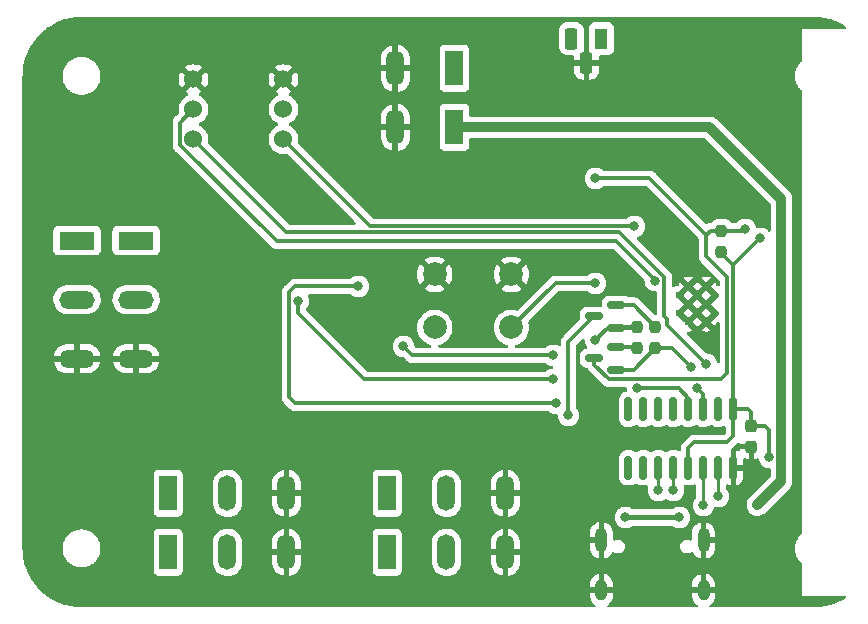
<source format=gbl>
G04 #@! TF.GenerationSoftware,KiCad,Pcbnew,7.0.10*
G04 #@! TF.CreationDate,2024-02-23T22:27:58+01:00*
G04 #@! TF.ProjectId,WLED_Controller,574c4544-5f43-46f6-9e74-726f6c6c6572,rev?*
G04 #@! TF.SameCoordinates,Original*
G04 #@! TF.FileFunction,Copper,L2,Bot*
G04 #@! TF.FilePolarity,Positive*
%FSLAX46Y46*%
G04 Gerber Fmt 4.6, Leading zero omitted, Abs format (unit mm)*
G04 Created by KiCad (PCBNEW 7.0.10) date 2024-02-23 22:27:58*
%MOMM*%
%LPD*%
G01*
G04 APERTURE LIST*
G04 Aperture macros list*
%AMRoundRect*
0 Rectangle with rounded corners*
0 $1 Rounding radius*
0 $2 $3 $4 $5 $6 $7 $8 $9 X,Y pos of 4 corners*
0 Add a 4 corners polygon primitive as box body*
4,1,4,$2,$3,$4,$5,$6,$7,$8,$9,$2,$3,0*
0 Add four circle primitives for the rounded corners*
1,1,$1+$1,$2,$3*
1,1,$1+$1,$4,$5*
1,1,$1+$1,$6,$7*
1,1,$1+$1,$8,$9*
0 Add four rect primitives between the rounded corners*
20,1,$1+$1,$2,$3,$4,$5,0*
20,1,$1+$1,$4,$5,$6,$7,0*
20,1,$1+$1,$6,$7,$8,$9,0*
20,1,$1+$1,$8,$9,$2,$3,0*%
G04 Aperture macros list end*
G04 #@! TA.AperFunction,HeatsinkPad*
%ADD10C,0.600000*%
G04 #@! TD*
G04 #@! TA.AperFunction,ComponentPad*
%ADD11R,1.500000X3.000000*%
G04 #@! TD*
G04 #@! TA.AperFunction,ComponentPad*
%ADD12O,1.500000X3.000000*%
G04 #@! TD*
G04 #@! TA.AperFunction,ComponentPad*
%ADD13C,2.000000*%
G04 #@! TD*
G04 #@! TA.AperFunction,ComponentPad*
%ADD14R,3.000000X1.500000*%
G04 #@! TD*
G04 #@! TA.AperFunction,ComponentPad*
%ADD15O,3.000000X1.500000*%
G04 #@! TD*
G04 #@! TA.AperFunction,ComponentPad*
%ADD16R,1.100000X1.800000*%
G04 #@! TD*
G04 #@! TA.AperFunction,ComponentPad*
%ADD17RoundRect,0.275000X0.275000X0.625000X-0.275000X0.625000X-0.275000X-0.625000X0.275000X-0.625000X0*%
G04 #@! TD*
G04 #@! TA.AperFunction,ComponentPad*
%ADD18O,1.000000X2.100000*%
G04 #@! TD*
G04 #@! TA.AperFunction,ComponentPad*
%ADD19O,1.000000X1.800000*%
G04 #@! TD*
G04 #@! TA.AperFunction,ComponentPad*
%ADD20C,1.524000*%
G04 #@! TD*
G04 #@! TA.AperFunction,SMDPad,CuDef*
%ADD21RoundRect,0.237500X-0.237500X0.250000X-0.237500X-0.250000X0.237500X-0.250000X0.237500X0.250000X0*%
G04 #@! TD*
G04 #@! TA.AperFunction,SMDPad,CuDef*
%ADD22RoundRect,0.150000X0.150000X-0.825000X0.150000X0.825000X-0.150000X0.825000X-0.150000X-0.825000X0*%
G04 #@! TD*
G04 #@! TA.AperFunction,SMDPad,CuDef*
%ADD23RoundRect,0.150000X0.587500X0.150000X-0.587500X0.150000X-0.587500X-0.150000X0.587500X-0.150000X0*%
G04 #@! TD*
G04 #@! TA.AperFunction,SMDPad,CuDef*
%ADD24RoundRect,0.237500X0.237500X-0.250000X0.237500X0.250000X-0.237500X0.250000X-0.237500X-0.250000X0*%
G04 #@! TD*
G04 #@! TA.AperFunction,SMDPad,CuDef*
%ADD25RoundRect,0.237500X-0.237500X0.300000X-0.237500X-0.300000X0.237500X-0.300000X0.237500X0.300000X0*%
G04 #@! TD*
G04 #@! TA.AperFunction,ViaPad*
%ADD26C,0.800000*%
G04 #@! TD*
G04 #@! TA.AperFunction,Conductor*
%ADD27C,0.304800*%
G04 #@! TD*
G04 #@! TA.AperFunction,Conductor*
%ADD28C,0.812800*%
G04 #@! TD*
G04 #@! TA.AperFunction,Conductor*
%ADD29C,0.406400*%
G04 #@! TD*
G04 #@! TA.AperFunction,Conductor*
%ADD30C,0.254000*%
G04 #@! TD*
G04 APERTURE END LIST*
D10*
X57911500Y27205000D03*
X56386500Y27205000D03*
X58674000Y26442500D03*
X57149000Y26442500D03*
X55624000Y26442500D03*
X57911500Y25680000D03*
X56386500Y25680000D03*
X58674000Y24917500D03*
X57149000Y24917500D03*
X55624000Y24917500D03*
X57911500Y24155000D03*
X56386500Y24155000D03*
D11*
X36576000Y40640000D03*
X36576000Y45640000D03*
D12*
X31576000Y40640000D03*
X31576000Y45640000D03*
D11*
X30894000Y9652000D03*
X30894000Y4652000D03*
D12*
X35894000Y9652000D03*
X35894000Y4652000D03*
X40894000Y9652000D03*
X40894000Y4652000D03*
D13*
X34902000Y28194000D03*
X41402000Y28194000D03*
X34902000Y23694000D03*
X41402000Y23694000D03*
D11*
X12352000Y9652000D03*
X12352000Y4652000D03*
D12*
X17352000Y9652000D03*
X17352000Y4652000D03*
X22352000Y9652000D03*
X22352000Y4652000D03*
D14*
X9620000Y31058000D03*
X4620000Y31058000D03*
D15*
X9620000Y26058000D03*
X4620000Y26058000D03*
X9620000Y21058000D03*
X4620000Y21058000D03*
D16*
X49022000Y48152000D03*
D17*
X47752000Y46082000D03*
X46482000Y48152000D03*
D18*
X49020000Y5665000D03*
D19*
X49020000Y1465000D03*
D18*
X57660000Y5665000D03*
D19*
X57660000Y1465000D03*
D20*
X14478000Y44704000D03*
X14478000Y42164000D03*
X14478000Y39624000D03*
X22098000Y39624000D03*
X22098000Y42164000D03*
X22098000Y44704000D03*
D21*
X52070000Y23772500D03*
X52070000Y21947500D03*
D22*
X60198000Y11814000D03*
X58928000Y11814000D03*
X57658000Y11814000D03*
X56388000Y11814000D03*
X55118000Y11814000D03*
X53848000Y11814000D03*
X52578000Y11814000D03*
X51308000Y11814000D03*
X51308000Y16764000D03*
X52578000Y16764000D03*
X53848000Y16764000D03*
X55118000Y16764000D03*
X56388000Y16764000D03*
X57658000Y16764000D03*
X58928000Y16764000D03*
X60198000Y16764000D03*
D23*
X50292000Y22032000D03*
X50292000Y20132000D03*
X48417000Y21082000D03*
D24*
X53594000Y21947500D03*
X53594000Y23772500D03*
D23*
X50292000Y25588000D03*
X50292000Y23688000D03*
X48417000Y24638000D03*
D25*
X61722000Y15340500D03*
X61722000Y13615500D03*
D24*
X59182000Y30075500D03*
X59182000Y31900500D03*
D26*
X62484000Y31242000D03*
X63246000Y12700000D03*
X64516000Y42926000D03*
X53848000Y45212000D03*
X45974000Y14478000D03*
X61214000Y32004000D03*
X48514000Y36322000D03*
X62230000Y8636000D03*
X59182000Y39624000D03*
X46228000Y16250000D03*
X51054000Y7620000D03*
X55626000Y7620000D03*
X55118000Y9906000D03*
X53848000Y9906000D03*
X57150000Y18551600D03*
X56642000Y20320000D03*
X48514000Y22606000D03*
X52070000Y18542000D03*
X58928000Y9398000D03*
X57658000Y8636000D03*
X48514000Y27432000D03*
X44958000Y21336000D03*
X32258000Y22098000D03*
X28448000Y27178000D03*
X45212000Y17272000D03*
X23368000Y25908000D03*
X44958000Y19304000D03*
X53569972Y27661972D03*
X57912000Y20574000D03*
X51816000Y32258000D03*
D27*
X61722000Y15340500D02*
X61722000Y16510000D01*
X62891500Y15340500D02*
X61722000Y15340500D01*
X60198000Y16764000D02*
X60198000Y28956000D01*
X56388000Y13462000D02*
X56896000Y13970000D01*
X59182000Y29972000D02*
X60198000Y28956000D01*
X61468000Y16764000D02*
X60198000Y16764000D01*
X59182000Y30075500D02*
X59182000Y29972000D01*
X63246000Y12700000D02*
X63246000Y14986000D01*
X63246000Y14986000D02*
X62891500Y15340500D01*
X60198000Y14478000D02*
X60198000Y16764000D01*
X61722000Y16510000D02*
X61468000Y16764000D01*
X59690000Y13970000D02*
X60198000Y14478000D01*
X60198000Y28956000D02*
X62484000Y31242000D01*
X56388000Y11814000D02*
X56388000Y13462000D01*
X56896000Y13970000D02*
X59690000Y13970000D01*
X59690000Y19812000D02*
X59690000Y27940000D01*
X48417000Y20554842D02*
X49667842Y19304000D01*
X48417000Y21082000D02*
X48417000Y20554842D01*
X48514000Y36322000D02*
X53086000Y36322000D01*
X61110500Y31900500D02*
X61214000Y32004000D01*
X59182000Y31900500D02*
X61110500Y31900500D01*
X57912000Y31496000D02*
X58316500Y31900500D01*
X49667842Y19304000D02*
X59182000Y19304000D01*
X58316500Y31900500D02*
X59182000Y31900500D01*
X59690000Y27940000D02*
X57912000Y29718000D01*
X59182000Y19304000D02*
X59690000Y19812000D01*
X53086000Y36322000D02*
X57912000Y31496000D01*
X57912000Y29718000D02*
X57912000Y31496000D01*
D28*
X64262000Y10668000D02*
X64262000Y34544000D01*
X62230000Y8636000D02*
X64262000Y10668000D01*
X64262000Y34544000D02*
X59182000Y39624000D01*
X59182000Y39624000D02*
X58166000Y40640000D01*
X58166000Y40640000D02*
X36576000Y40640000D01*
D27*
X46228000Y22449000D02*
X46228000Y16250000D01*
X48417000Y24638000D02*
X46228000Y22449000D01*
D29*
X51054000Y7620000D02*
X55626000Y7620000D01*
D30*
X55118000Y9906000D02*
X55118000Y11814000D01*
X53848000Y9906000D02*
X53848000Y11814000D01*
D27*
X51985500Y22032000D02*
X52070000Y21947500D01*
X50292000Y22032000D02*
X51985500Y22032000D01*
X53594000Y21947500D02*
X51778500Y20132000D01*
X57658000Y18043600D02*
X57150000Y18551600D01*
X55014500Y21947500D02*
X56642000Y20320000D01*
X51778500Y20132000D02*
X50292000Y20132000D01*
X53594000Y21947500D02*
X55014500Y21947500D01*
X57658000Y16764000D02*
X57658000Y18043600D01*
X51778500Y25588000D02*
X50292000Y25588000D01*
X53594000Y23772500D02*
X51778500Y25588000D01*
X51985500Y23688000D02*
X52070000Y23772500D01*
X56388000Y17738999D02*
X56388000Y16764000D01*
X49680500Y23772500D02*
X48514000Y22606000D01*
X52070000Y18542000D02*
X55584999Y18542000D01*
X52070000Y23772500D02*
X49680500Y23772500D01*
X55584999Y18542000D02*
X56388000Y17738999D01*
X50292000Y23688000D02*
X51985500Y23688000D01*
D30*
X58928000Y9398000D02*
X58928000Y11814000D01*
X57658000Y8636000D02*
X57658000Y11814000D01*
D27*
X45140000Y27432000D02*
X41402000Y23694000D01*
X48514000Y27432000D02*
X45140000Y27432000D01*
X33020000Y21336000D02*
X32258000Y22098000D01*
X44958000Y21336000D02*
X33020000Y21336000D01*
X45212000Y17272000D02*
X23114000Y17272000D01*
X23114000Y17272000D02*
X22606000Y17780000D01*
X23114000Y27178000D02*
X28448000Y27178000D01*
X22606000Y26670000D02*
X23114000Y27178000D01*
X22606000Y17780000D02*
X22606000Y26670000D01*
X28956000Y19304000D02*
X27686000Y20574000D01*
X44958000Y19304000D02*
X28956000Y19304000D01*
X27686000Y20574000D02*
X23368000Y24892000D01*
X23368000Y24892000D02*
X23368000Y25908000D01*
X50292000Y30988000D02*
X53594000Y27686000D01*
X13363600Y41049600D02*
X13363600Y39162400D01*
X13363600Y39162400D02*
X21538000Y30988000D01*
X14478000Y42164000D02*
X13363600Y41049600D01*
X21538000Y30988000D02*
X50292000Y30988000D01*
X53594000Y27686000D02*
X53569972Y27661972D01*
X54610000Y24384000D02*
X54610000Y23876000D01*
X54356000Y27940000D02*
X54356000Y27686000D01*
X54356000Y24638000D02*
X54610000Y24384000D01*
X54610000Y23876000D02*
X57912000Y20574000D01*
X22348800Y31753200D02*
X50542800Y31753200D01*
X50542800Y31753200D02*
X51816000Y30480000D01*
X14478000Y39624000D02*
X22348800Y31753200D01*
X54356000Y27686000D02*
X54356000Y24638000D01*
X51816000Y30480000D02*
X54356000Y27940000D01*
X29464000Y32258000D02*
X51816000Y32258000D01*
X22098000Y39624000D02*
X29464000Y32258000D01*
G04 #@! TA.AperFunction,Conductor*
G36*
X67002563Y49999394D02*
G01*
X67217097Y49990520D01*
X67217381Y49990508D01*
X67413428Y49981948D01*
X67423357Y49981114D01*
X67636321Y49954568D01*
X67637169Y49954459D01*
X67834936Y49928422D01*
X67844196Y49926844D01*
X68053439Y49882971D01*
X68054832Y49882671D01*
X68250371Y49839321D01*
X68258914Y49837105D01*
X68463538Y49776186D01*
X68465444Y49775602D01*
X68656689Y49715302D01*
X68664475Y49712559D01*
X68863224Y49635008D01*
X68865603Y49634051D01*
X69050993Y49557260D01*
X69058001Y49554099D01*
X69249587Y49460437D01*
X69252383Y49459026D01*
X69430420Y49366346D01*
X69436636Y49362880D01*
X69619793Y49253743D01*
X69622944Y49251801D01*
X69659393Y49228581D01*
X69705358Y49175960D01*
X69715576Y49106841D01*
X69686804Y49043171D01*
X69628177Y49005163D01*
X69592769Y49000000D01*
X66039000Y49000000D01*
X66039000Y46341189D01*
X66019315Y46274150D01*
X65995534Y46246902D01*
X65983325Y46236474D01*
X65975691Y46230457D01*
X65959278Y46218533D01*
X65959276Y46218531D01*
X65944911Y46204166D01*
X65937790Y46197584D01*
X65864776Y46135224D01*
X65811368Y46072692D01*
X65802422Y46062217D01*
X65795813Y46055068D01*
X65781468Y46040723D01*
X65769539Y46024304D01*
X65763512Y46016660D01*
X65701171Y45943668D01*
X65701168Y45943663D01*
X65701164Y45943659D01*
X65701160Y45943652D01*
X65650993Y45861790D01*
X65645587Y45853698D01*
X65633666Y45837290D01*
X65632465Y45834932D01*
X65624456Y45819216D01*
X65619702Y45810728D01*
X65569532Y45728857D01*
X65532790Y45640153D01*
X65528716Y45631315D01*
X65519509Y45613244D01*
X65519507Y45613240D01*
X65519505Y45613233D01*
X65513234Y45593937D01*
X65509866Y45584809D01*
X65473127Y45496114D01*
X65450714Y45402756D01*
X65448072Y45393390D01*
X65441802Y45374090D01*
X65438627Y45354046D01*
X65436728Y45344500D01*
X65435027Y45337413D01*
X65414317Y45251148D01*
X65410828Y45206822D01*
X65406783Y45155429D01*
X65405638Y45145762D01*
X65402466Y45125734D01*
X65402466Y45105443D01*
X65402084Y45095715D01*
X65400832Y45079800D01*
X65394551Y44999999D01*
X65402084Y44904284D01*
X65402466Y44894555D01*
X65402466Y44874271D01*
X65405639Y44854237D01*
X65406783Y44844571D01*
X65414317Y44748851D01*
X65414318Y44748844D01*
X65436728Y44655499D01*
X65438627Y44645953D01*
X65441801Y44625913D01*
X65441803Y44625904D01*
X65448071Y44606615D01*
X65450714Y44597244D01*
X65473125Y44503891D01*
X65509868Y44415185D01*
X65513235Y44406059D01*
X65519507Y44386757D01*
X65528716Y44368682D01*
X65532787Y44359851D01*
X65569534Y44271141D01*
X65619700Y44189275D01*
X65624451Y44180792D01*
X65633662Y44162716D01*
X65633667Y44162709D01*
X65645589Y44146298D01*
X65650991Y44138212D01*
X65701165Y44056339D01*
X65763518Y43983332D01*
X65769541Y43975692D01*
X65781471Y43959273D01*
X65795823Y43944920D01*
X65802426Y43937777D01*
X65864774Y43864777D01*
X65864783Y43864768D01*
X65937778Y43802424D01*
X65944921Y43795821D01*
X65959273Y43781469D01*
X65975696Y43769537D01*
X65983334Y43763515D01*
X65995529Y43753100D01*
X66033724Y43694594D01*
X66039000Y43658808D01*
X66039000Y6341189D01*
X66019315Y6274150D01*
X65995534Y6246902D01*
X65983325Y6236474D01*
X65975691Y6230457D01*
X65959278Y6218533D01*
X65959276Y6218531D01*
X65944911Y6204166D01*
X65937790Y6197584D01*
X65864776Y6135224D01*
X65811368Y6072692D01*
X65802422Y6062217D01*
X65795813Y6055068D01*
X65781468Y6040723D01*
X65769539Y6024304D01*
X65763512Y6016660D01*
X65701171Y5943668D01*
X65701168Y5943663D01*
X65701164Y5943659D01*
X65701160Y5943652D01*
X65650993Y5861790D01*
X65645587Y5853698D01*
X65633666Y5837290D01*
X65630137Y5830364D01*
X65624456Y5819216D01*
X65619702Y5810728D01*
X65569532Y5728857D01*
X65532790Y5640153D01*
X65528716Y5631315D01*
X65526057Y5626096D01*
X65519507Y5613240D01*
X65519505Y5613233D01*
X65513234Y5593937D01*
X65509866Y5584809D01*
X65473127Y5496114D01*
X65450714Y5402756D01*
X65448072Y5393390D01*
X65441802Y5374090D01*
X65438627Y5354046D01*
X65436728Y5344500D01*
X65424901Y5295234D01*
X65414317Y5251148D01*
X65411252Y5212200D01*
X65406783Y5155429D01*
X65405638Y5145762D01*
X65402466Y5125734D01*
X65402466Y5105443D01*
X65402084Y5095715D01*
X65395599Y5013309D01*
X65394551Y4999999D01*
X65402084Y4904284D01*
X65402466Y4894555D01*
X65402466Y4874271D01*
X65405639Y4854237D01*
X65406783Y4844571D01*
X65414317Y4748851D01*
X65414318Y4748844D01*
X65436728Y4655499D01*
X65438627Y4645953D01*
X65441801Y4625913D01*
X65441803Y4625904D01*
X65448071Y4606615D01*
X65450714Y4597244D01*
X65473125Y4503891D01*
X65509868Y4415185D01*
X65513235Y4406059D01*
X65519507Y4386757D01*
X65528716Y4368682D01*
X65532787Y4359851D01*
X65569534Y4271141D01*
X65619700Y4189275D01*
X65624451Y4180792D01*
X65633662Y4162716D01*
X65633667Y4162709D01*
X65645589Y4146298D01*
X65650991Y4138212D01*
X65701165Y4056339D01*
X65763518Y3983332D01*
X65769541Y3975692D01*
X65781471Y3959273D01*
X65795823Y3944920D01*
X65802426Y3937777D01*
X65864774Y3864777D01*
X65864783Y3864768D01*
X65937778Y3802424D01*
X65944921Y3795821D01*
X65959273Y3781469D01*
X65975696Y3769537D01*
X65983334Y3763515D01*
X65995529Y3753100D01*
X66033724Y3694594D01*
X66039000Y3658808D01*
X66039000Y1000000D01*
X69592770Y1000000D01*
X69659809Y980315D01*
X69705564Y927511D01*
X69715508Y858353D01*
X69686483Y794797D01*
X69659398Y771420D01*
X69622900Y748169D01*
X69619793Y746255D01*
X69436636Y637118D01*
X69430420Y633652D01*
X69252383Y540972D01*
X69249587Y539561D01*
X69057972Y445886D01*
X69051024Y442752D01*
X68865513Y365911D01*
X68863363Y365046D01*
X68664453Y287431D01*
X68656696Y284698D01*
X68465325Y224359D01*
X68463665Y223850D01*
X68258901Y162889D01*
X68250386Y160680D01*
X68054765Y117312D01*
X68053521Y117044D01*
X67844192Y73153D01*
X67834945Y71577D01*
X67636793Y45490D01*
X67636743Y45483D01*
X67423330Y18881D01*
X67413455Y18052D01*
X67217600Y9500D01*
X67002563Y606D01*
X66997439Y500D01*
X58276015Y500D01*
X58208976Y20185D01*
X58163221Y72989D01*
X58153277Y142147D01*
X58182302Y205703D01*
X58210424Y229732D01*
X58275264Y270147D01*
X58275265Y270148D01*
X58422668Y410264D01*
X58422669Y410266D01*
X58538856Y577195D01*
X58619059Y764092D01*
X58660000Y963309D01*
X58660000Y1215000D01*
X57960000Y1215000D01*
X57960000Y1715000D01*
X58660000Y1715000D01*
X58660000Y1915713D01*
X58644581Y2067338D01*
X58583700Y2261381D01*
X58583695Y2261391D01*
X58484994Y2439215D01*
X58484994Y2439216D01*
X58352521Y2593530D01*
X58352520Y2593531D01*
X58191695Y2718018D01*
X58009092Y2807589D01*
X57910000Y2833244D01*
X57910000Y2031110D01*
X57885543Y2070610D01*
X57796038Y2138201D01*
X57688160Y2168895D01*
X57576479Y2158546D01*
X57476078Y2108552D01*
X57410000Y2036069D01*
X57410000Y2838366D01*
X57408055Y2838069D01*
X57408054Y2838069D01*
X57217339Y2767436D01*
X57217335Y2767434D01*
X57044732Y2659850D01*
X56897331Y2519735D01*
X56897330Y2519733D01*
X56781143Y2352804D01*
X56700940Y2165907D01*
X56660000Y1966690D01*
X56660000Y1715000D01*
X57360000Y1715000D01*
X57360000Y1215000D01*
X56660000Y1215000D01*
X56660000Y1014286D01*
X56675418Y862661D01*
X56736299Y668618D01*
X56736304Y668608D01*
X56835005Y490784D01*
X56835005Y490783D01*
X56967478Y336469D01*
X56967479Y336468D01*
X57114643Y222556D01*
X57155607Y165955D01*
X57159468Y96192D01*
X57124998Y35417D01*
X57063143Y2925D01*
X57038742Y500D01*
X49636015Y500D01*
X49568976Y20185D01*
X49523221Y72989D01*
X49513277Y142147D01*
X49542302Y205703D01*
X49570424Y229732D01*
X49635264Y270147D01*
X49635265Y270148D01*
X49782668Y410264D01*
X49782669Y410266D01*
X49898856Y577195D01*
X49979059Y764092D01*
X50020000Y963309D01*
X50020000Y1215000D01*
X49320000Y1215000D01*
X49320000Y1715000D01*
X50020000Y1715000D01*
X50020000Y1915713D01*
X50004581Y2067338D01*
X49943700Y2261381D01*
X49943695Y2261391D01*
X49844994Y2439215D01*
X49844994Y2439216D01*
X49712521Y2593530D01*
X49712520Y2593531D01*
X49551695Y2718018D01*
X49369092Y2807589D01*
X49270000Y2833244D01*
X49270000Y2031110D01*
X49245543Y2070610D01*
X49156038Y2138201D01*
X49048160Y2168895D01*
X48936479Y2158546D01*
X48836078Y2108552D01*
X48770000Y2036069D01*
X48770000Y2838366D01*
X48768055Y2838069D01*
X48768054Y2838069D01*
X48577339Y2767436D01*
X48577335Y2767434D01*
X48404732Y2659850D01*
X48257331Y2519735D01*
X48257330Y2519733D01*
X48141143Y2352804D01*
X48060940Y2165907D01*
X48020000Y1966690D01*
X48020000Y1715000D01*
X48720000Y1715000D01*
X48720000Y1215000D01*
X48020000Y1215000D01*
X48020000Y1014286D01*
X48035418Y862661D01*
X48096299Y668618D01*
X48096304Y668608D01*
X48195005Y490784D01*
X48195005Y490783D01*
X48327478Y336469D01*
X48327479Y336468D01*
X48474643Y222556D01*
X48515607Y165955D01*
X48519468Y96192D01*
X48484998Y35417D01*
X48423143Y2925D01*
X48398742Y500D01*
X5002561Y500D01*
X4997437Y606D01*
X4782628Y9490D01*
X4586540Y18052D01*
X4576673Y18881D01*
X4363195Y45491D01*
X4165045Y71578D01*
X4155816Y73151D01*
X3946392Y117062D01*
X3945302Y117297D01*
X3749599Y160684D01*
X3741111Y162885D01*
X3536253Y223875D01*
X3534743Y224337D01*
X3343284Y284704D01*
X3335565Y287423D01*
X3136564Y365074D01*
X3134553Y365883D01*
X2948951Y442762D01*
X2942051Y445874D01*
X2750357Y539587D01*
X2747667Y540945D01*
X2569551Y633667D01*
X2563373Y637111D01*
X2380139Y746295D01*
X2377129Y748150D01*
X2207697Y856090D01*
X2202316Y859721D01*
X2028764Y983635D01*
X2025433Y986102D01*
X1866048Y1108401D01*
X1861445Y1112114D01*
X1698758Y1249903D01*
X1695211Y1253027D01*
X1547028Y1388811D01*
X1543238Y1392440D01*
X1392440Y1543238D01*
X1388811Y1547028D01*
X1253027Y1695211D01*
X1249891Y1698772D01*
X1193445Y1765418D01*
X1112114Y1861445D01*
X1108401Y1866048D01*
X986102Y2025433D01*
X983635Y2028764D01*
X859721Y2202316D01*
X856090Y2207697D01*
X748150Y2377129D01*
X746295Y2380139D01*
X637111Y2563373D01*
X633667Y2569551D01*
X540945Y2747667D01*
X539587Y2750357D01*
X445874Y2942051D01*
X442762Y2948951D01*
X378485Y3104129D01*
X11101500Y3104129D01*
X11101501Y3104123D01*
X11107908Y3044516D01*
X11158202Y2909671D01*
X11158206Y2909664D01*
X11244452Y2794455D01*
X11244455Y2794452D01*
X11359664Y2708206D01*
X11359671Y2708202D01*
X11494517Y2657908D01*
X11494516Y2657908D01*
X11554116Y2651501D01*
X11554119Y2651500D01*
X11554127Y2651500D01*
X11554134Y2651500D01*
X11554135Y2651500D01*
X13149870Y2651500D01*
X13149876Y2651501D01*
X13209483Y2657908D01*
X13344328Y2708202D01*
X13344335Y2708206D01*
X13459544Y2794452D01*
X13459547Y2794455D01*
X13545793Y2909664D01*
X13545797Y2909671D01*
X13596091Y3044517D01*
X13602500Y3104127D01*
X13602500Y3845848D01*
X16101500Y3845848D01*
X16116622Y3677813D01*
X16116623Y3677807D01*
X16176503Y3460839D01*
X16176508Y3460826D01*
X16274167Y3258033D01*
X16274171Y3258025D01*
X16406473Y3075927D01*
X16406474Y3075925D01*
X16569176Y2920366D01*
X16757033Y2796363D01*
X16964004Y2707899D01*
X16964017Y2707895D01*
X17183457Y2657810D01*
X17183468Y2657808D01*
X17408325Y2647710D01*
X17408326Y2647710D01*
X17408330Y2647710D01*
X17631387Y2677925D01*
X17723631Y2707897D01*
X17845465Y2747483D01*
X18043678Y2854146D01*
X18043681Y2854148D01*
X18219663Y2994489D01*
X18219982Y2994854D01*
X18367765Y3164004D01*
X18483215Y3357236D01*
X18562307Y3567976D01*
X18574228Y3633666D01*
X18602500Y3789450D01*
X18602500Y3845870D01*
X21102000Y3845870D01*
X21117116Y3677903D01*
X21117117Y3677897D01*
X21176973Y3461015D01*
X21176978Y3461002D01*
X21274598Y3258291D01*
X21274602Y3258283D01*
X21406851Y3076258D01*
X21406857Y3076250D01*
X21569486Y2920762D01*
X21757266Y2796808D01*
X21964169Y2708375D01*
X21964176Y2708373D01*
X22101999Y2676915D01*
X22102000Y2676915D01*
X22102000Y4133177D01*
X22201895Y4091800D01*
X22314310Y4077000D01*
X22389690Y4077000D01*
X22502105Y4091800D01*
X22602000Y4133177D01*
X22602000Y2674449D01*
X22631278Y2678415D01*
X22845268Y2747945D01*
X23043401Y2854565D01*
X23043404Y2854567D01*
X23219320Y2994854D01*
X23314790Y3104129D01*
X29643500Y3104129D01*
X29643501Y3104123D01*
X29649908Y3044516D01*
X29700202Y2909671D01*
X29700206Y2909664D01*
X29786452Y2794455D01*
X29786455Y2794452D01*
X29901664Y2708206D01*
X29901671Y2708202D01*
X30036517Y2657908D01*
X30036516Y2657908D01*
X30096116Y2651501D01*
X30096119Y2651500D01*
X30096127Y2651500D01*
X30096134Y2651500D01*
X30096135Y2651500D01*
X31691870Y2651500D01*
X31691876Y2651501D01*
X31751483Y2657908D01*
X31886328Y2708202D01*
X31886335Y2708206D01*
X32001544Y2794452D01*
X32001547Y2794455D01*
X32087793Y2909664D01*
X32087797Y2909671D01*
X32138091Y3044517D01*
X32144500Y3104127D01*
X32144500Y3845848D01*
X34643500Y3845848D01*
X34658622Y3677813D01*
X34658623Y3677807D01*
X34718503Y3460839D01*
X34718508Y3460826D01*
X34816167Y3258033D01*
X34816171Y3258025D01*
X34948473Y3075927D01*
X34948474Y3075925D01*
X35111176Y2920366D01*
X35299033Y2796363D01*
X35506004Y2707899D01*
X35506017Y2707895D01*
X35725457Y2657810D01*
X35725468Y2657808D01*
X35950325Y2647710D01*
X35950326Y2647710D01*
X35950330Y2647710D01*
X36173387Y2677925D01*
X36265631Y2707897D01*
X36387465Y2747483D01*
X36585678Y2854146D01*
X36585681Y2854148D01*
X36761663Y2994489D01*
X36761982Y2994854D01*
X36909765Y3164004D01*
X37025215Y3357236D01*
X37104307Y3567976D01*
X37116228Y3633666D01*
X37144500Y3789450D01*
X37144500Y3845870D01*
X39644000Y3845870D01*
X39659116Y3677903D01*
X39659117Y3677897D01*
X39718973Y3461015D01*
X39718978Y3461002D01*
X39816598Y3258291D01*
X39816602Y3258283D01*
X39948851Y3076258D01*
X39948857Y3076250D01*
X40111486Y2920762D01*
X40299266Y2796808D01*
X40506169Y2708375D01*
X40506176Y2708373D01*
X40643999Y2676915D01*
X40644000Y2676915D01*
X40644000Y4133177D01*
X40743895Y4091800D01*
X40856310Y4077000D01*
X40931690Y4077000D01*
X41044105Y4091800D01*
X41144000Y4133177D01*
X41144000Y2674449D01*
X41173278Y2678415D01*
X41387268Y2747945D01*
X41585401Y2854565D01*
X41585404Y2854567D01*
X41761320Y2994854D01*
X41909352Y3164292D01*
X41909359Y3164300D01*
X42024759Y3357446D01*
X42024761Y3357451D01*
X42103824Y3568110D01*
X42103824Y3568111D01*
X42144000Y3789494D01*
X42144000Y4402000D01*
X41412823Y4402000D01*
X41454200Y4501895D01*
X41473962Y4652000D01*
X41454200Y4802105D01*
X41412823Y4902000D01*
X42144000Y4902000D01*
X42144000Y5064286D01*
X48020000Y5064286D01*
X48035418Y4912661D01*
X48096299Y4718618D01*
X48096304Y4718608D01*
X48195005Y4540784D01*
X48195005Y4540783D01*
X48327478Y4386469D01*
X48327479Y4386468D01*
X48488304Y4261981D01*
X48670906Y4172411D01*
X48770000Y4146753D01*
X48770000Y4948889D01*
X48794457Y4909390D01*
X48883962Y4841799D01*
X48991840Y4811105D01*
X49103521Y4821454D01*
X49203922Y4871448D01*
X49270000Y4943930D01*
X49270000Y4141633D01*
X49271946Y4141931D01*
X49271952Y4141933D01*
X49462657Y4212562D01*
X49462664Y4212565D01*
X49635267Y4320149D01*
X49782668Y4460264D01*
X49782669Y4460266D01*
X49898854Y4627193D01*
X49905463Y4642594D01*
X49949988Y4696439D01*
X50016556Y4717665D01*
X50084031Y4699532D01*
X50094902Y4692074D01*
X50159766Y4642302D01*
X50159769Y4642300D01*
X50299764Y4584313D01*
X50412272Y4569500D01*
X50412280Y4569500D01*
X50487727Y4569500D01*
X50586171Y4582461D01*
X50600236Y4584313D01*
X50740229Y4642300D01*
X50740233Y4642302D01*
X50860451Y4734549D01*
X50952698Y4854767D01*
X51010687Y4994764D01*
X51030466Y5144999D01*
X55649534Y5144999D01*
X55669312Y4994765D01*
X55669313Y4994763D01*
X55727300Y4854770D01*
X55727301Y4854767D01*
X55727302Y4854767D01*
X55819549Y4734549D01*
X55939386Y4642594D01*
X55939770Y4642300D01*
X56079764Y4584313D01*
X56192272Y4569500D01*
X56192280Y4569500D01*
X56267727Y4569500D01*
X56366171Y4582461D01*
X56380236Y4584313D01*
X56520229Y4642300D01*
X56520233Y4642302D01*
X56587364Y4693813D01*
X56652531Y4719007D01*
X56720976Y4704969D01*
X56770966Y4656155D01*
X56771268Y4655615D01*
X56835004Y4540784D01*
X56835005Y4540783D01*
X56967478Y4386469D01*
X56967479Y4386468D01*
X57128304Y4261981D01*
X57310906Y4172411D01*
X57410000Y4146753D01*
X57410000Y4948889D01*
X57434457Y4909390D01*
X57523962Y4841799D01*
X57631840Y4811105D01*
X57743521Y4821454D01*
X57843922Y4871448D01*
X57910000Y4943930D01*
X57910000Y4141633D01*
X57911946Y4141931D01*
X57911952Y4141933D01*
X58102657Y4212562D01*
X58102664Y4212565D01*
X58275267Y4320149D01*
X58422668Y4460264D01*
X58422669Y4460266D01*
X58538856Y4627195D01*
X58619059Y4814092D01*
X58660000Y5013309D01*
X58660000Y5415000D01*
X57960000Y5415000D01*
X57960000Y5915000D01*
X58660000Y5915000D01*
X58660000Y6265713D01*
X58644581Y6417338D01*
X58583700Y6611381D01*
X58583695Y6611391D01*
X58484994Y6789215D01*
X58484994Y6789216D01*
X58352521Y6943530D01*
X58352520Y6943531D01*
X58191695Y7068018D01*
X58009092Y7157589D01*
X57910000Y7183244D01*
X57910000Y6381110D01*
X57885543Y6420610D01*
X57796038Y6488201D01*
X57688160Y6518895D01*
X57576479Y6508546D01*
X57476078Y6458552D01*
X57410000Y6386069D01*
X57410000Y7188366D01*
X57408055Y7188069D01*
X57408054Y7188069D01*
X57217339Y7117436D01*
X57217335Y7117434D01*
X57044732Y7009850D01*
X56897331Y6869735D01*
X56897330Y6869733D01*
X56781143Y6702804D01*
X56700940Y6515907D01*
X56660000Y6316690D01*
X56660000Y5775384D01*
X56640315Y5708345D01*
X56587511Y5662590D01*
X56518353Y5652646D01*
X56488547Y5660823D01*
X56478083Y5665156D01*
X56380236Y5705687D01*
X56267720Y5720500D01*
X56192280Y5720500D01*
X56079764Y5705687D01*
X55939767Y5647698D01*
X55819549Y5555451D01*
X55727302Y5435233D01*
X55727300Y5435229D01*
X55669313Y5295236D01*
X55669312Y5295234D01*
X55649534Y5145000D01*
X55649534Y5144999D01*
X51030466Y5144999D01*
X51030466Y5145000D01*
X51010687Y5295236D01*
X50952698Y5435233D01*
X50860451Y5555451D01*
X50740233Y5647698D01*
X50600236Y5705687D01*
X50487720Y5720500D01*
X50412280Y5720500D01*
X50299764Y5705687D01*
X50248926Y5684629D01*
X50191453Y5660823D01*
X50121983Y5653354D01*
X50059504Y5684629D01*
X50023852Y5744718D01*
X50020000Y5775384D01*
X50020000Y6265713D01*
X50004581Y6417338D01*
X49943700Y6611381D01*
X49943695Y6611391D01*
X49844994Y6789215D01*
X49844994Y6789216D01*
X49712521Y6943530D01*
X49712520Y6943531D01*
X49551695Y7068018D01*
X49369092Y7157589D01*
X49270000Y7183244D01*
X49270000Y6381110D01*
X49245543Y6420610D01*
X49156038Y6488201D01*
X49048160Y6518895D01*
X48936479Y6508546D01*
X48836078Y6458552D01*
X48770000Y6386069D01*
X48770000Y7188366D01*
X48768055Y7188069D01*
X48768054Y7188069D01*
X48577339Y7117436D01*
X48577335Y7117434D01*
X48404732Y7009850D01*
X48257331Y6869735D01*
X48257330Y6869733D01*
X48141143Y6702804D01*
X48060940Y6515907D01*
X48020000Y6316690D01*
X48020000Y5915000D01*
X48720000Y5915000D01*
X48720000Y5415000D01*
X48020000Y5415000D01*
X48020000Y5064286D01*
X42144000Y5064286D01*
X42144000Y5458126D01*
X42143999Y5458129D01*
X42128883Y5626096D01*
X42128882Y5626102D01*
X42069026Y5842984D01*
X42069021Y5842997D01*
X41971401Y6045708D01*
X41971397Y6045716D01*
X41839148Y6227741D01*
X41839142Y6227749D01*
X41676513Y6383237D01*
X41488733Y6507191D01*
X41281830Y6595624D01*
X41281821Y6595627D01*
X41144000Y6627084D01*
X41144000Y5170822D01*
X41044105Y5212200D01*
X40931690Y5227000D01*
X40856310Y5227000D01*
X40743895Y5212200D01*
X40644000Y5170822D01*
X40644000Y6629550D01*
X40614732Y6625586D01*
X40614726Y6625585D01*
X40400731Y6556054D01*
X40202598Y6449434D01*
X40202595Y6449432D01*
X40026679Y6309145D01*
X39878647Y6139707D01*
X39878640Y6139699D01*
X39763240Y5946553D01*
X39763238Y5946548D01*
X39684175Y5735889D01*
X39684175Y5735888D01*
X39644000Y5514505D01*
X39644000Y4902000D01*
X40375177Y4902000D01*
X40333800Y4802105D01*
X40314038Y4652000D01*
X40333800Y4501895D01*
X40375177Y4402000D01*
X39644000Y4402000D01*
X39644000Y3845870D01*
X37144500Y3845870D01*
X37144500Y5458148D01*
X37144500Y5458155D01*
X37129377Y5626188D01*
X37107437Y5705686D01*
X37069496Y5843160D01*
X37069495Y5843162D01*
X37069493Y5843170D01*
X36971829Y6045973D01*
X36839522Y6228078D01*
X36676825Y6383632D01*
X36488968Y6507635D01*
X36443949Y6526877D01*
X36281995Y6596100D01*
X36281988Y6596103D01*
X36062537Y6646191D01*
X35837670Y6656290D01*
X35614613Y6626075D01*
X35400536Y6556517D01*
X35400534Y6556516D01*
X35325070Y6515907D01*
X35202319Y6449852D01*
X35178012Y6430468D01*
X35026336Y6309510D01*
X35026334Y6309508D01*
X34878235Y6139996D01*
X34762785Y5946764D01*
X34760308Y5940163D01*
X34683692Y5736023D01*
X34643500Y5514549D01*
X34643500Y3845848D01*
X32144500Y3845848D01*
X32144499Y6199872D01*
X32138091Y6259483D01*
X32087796Y6394331D01*
X32001546Y6509546D01*
X31886331Y6595796D01*
X31751483Y6646091D01*
X31691873Y6652500D01*
X30096128Y6652499D01*
X30047757Y6647299D01*
X30036516Y6646091D01*
X29901671Y6595797D01*
X29901664Y6595793D01*
X29786455Y6509547D01*
X29786452Y6509544D01*
X29700206Y6394335D01*
X29700202Y6394328D01*
X29649908Y6259482D01*
X29643501Y6199883D01*
X29643501Y6199876D01*
X29643500Y6199864D01*
X29643500Y3104129D01*
X23314790Y3104129D01*
X23367352Y3164292D01*
X23367359Y3164300D01*
X23482759Y3357446D01*
X23482761Y3357451D01*
X23561824Y3568110D01*
X23561824Y3568111D01*
X23602000Y3789494D01*
X23602000Y4402000D01*
X22870823Y4402000D01*
X22912200Y4501895D01*
X22931962Y4652000D01*
X22912200Y4802105D01*
X22870823Y4902000D01*
X23602000Y4902000D01*
X23602000Y5458126D01*
X23601999Y5458129D01*
X23586883Y5626096D01*
X23586882Y5626102D01*
X23527026Y5842984D01*
X23527021Y5842997D01*
X23429401Y6045708D01*
X23429397Y6045716D01*
X23297148Y6227741D01*
X23297142Y6227749D01*
X23134513Y6383237D01*
X22946733Y6507191D01*
X22739830Y6595624D01*
X22739821Y6595627D01*
X22602000Y6627084D01*
X22602000Y5170822D01*
X22502105Y5212200D01*
X22389690Y5227000D01*
X22314310Y5227000D01*
X22201895Y5212200D01*
X22102000Y5170822D01*
X22102000Y6629550D01*
X22072732Y6625586D01*
X22072726Y6625585D01*
X21858731Y6556054D01*
X21660598Y6449434D01*
X21660595Y6449432D01*
X21484679Y6309145D01*
X21336647Y6139707D01*
X21336640Y6139699D01*
X21221240Y5946553D01*
X21221238Y5946548D01*
X21142175Y5735889D01*
X21142175Y5735888D01*
X21102000Y5514505D01*
X21102000Y4902000D01*
X21833177Y4902000D01*
X21791800Y4802105D01*
X21772038Y4652000D01*
X21791800Y4501895D01*
X21833177Y4402000D01*
X21102000Y4402000D01*
X21102000Y3845870D01*
X18602500Y3845870D01*
X18602500Y5458148D01*
X18602500Y5458155D01*
X18587377Y5626188D01*
X18565437Y5705686D01*
X18527496Y5843160D01*
X18527495Y5843162D01*
X18527493Y5843170D01*
X18429829Y6045973D01*
X18297522Y6228078D01*
X18134825Y6383632D01*
X17946968Y6507635D01*
X17901949Y6526877D01*
X17739995Y6596100D01*
X17739988Y6596103D01*
X17520537Y6646191D01*
X17295670Y6656290D01*
X17072613Y6626075D01*
X16858536Y6556517D01*
X16858534Y6556516D01*
X16783070Y6515907D01*
X16660319Y6449852D01*
X16636012Y6430468D01*
X16484336Y6309510D01*
X16484334Y6309508D01*
X16336235Y6139996D01*
X16220785Y5946764D01*
X16218308Y5940163D01*
X16141692Y5736023D01*
X16101500Y5514549D01*
X16101500Y3845848D01*
X13602500Y3845848D01*
X13602499Y6199872D01*
X13596091Y6259483D01*
X13545796Y6394331D01*
X13459546Y6509546D01*
X13344331Y6595796D01*
X13209483Y6646091D01*
X13149873Y6652500D01*
X11554128Y6652499D01*
X11505757Y6647299D01*
X11494516Y6646091D01*
X11359671Y6595797D01*
X11359664Y6595793D01*
X11244455Y6509547D01*
X11244452Y6509544D01*
X11158206Y6394335D01*
X11158202Y6394328D01*
X11107908Y6259482D01*
X11101501Y6199883D01*
X11101501Y6199876D01*
X11101500Y6199864D01*
X11101500Y3104129D01*
X378485Y3104129D01*
X365883Y3134553D01*
X365074Y3136564D01*
X287423Y3335565D01*
X284704Y3343284D01*
X224337Y3534743D01*
X223875Y3536253D01*
X162885Y3741111D01*
X160684Y3749599D01*
X117297Y3945302D01*
X117062Y3946392D01*
X73151Y4155816D01*
X71578Y4165045D01*
X45491Y4363195D01*
X18881Y4576673D01*
X18052Y4586540D01*
X9491Y4782596D01*
X605Y4997437D01*
X552Y4999999D01*
X3394551Y4999999D01*
X3402084Y4904284D01*
X3402466Y4894555D01*
X3402466Y4874271D01*
X3405639Y4854237D01*
X3406783Y4844571D01*
X3414317Y4748851D01*
X3414318Y4748844D01*
X3436728Y4655499D01*
X3438627Y4645953D01*
X3441801Y4625913D01*
X3441803Y4625904D01*
X3448071Y4606615D01*
X3450714Y4597244D01*
X3473125Y4503891D01*
X3509868Y4415185D01*
X3513235Y4406059D01*
X3519507Y4386757D01*
X3528716Y4368682D01*
X3532787Y4359851D01*
X3569534Y4271141D01*
X3619700Y4189275D01*
X3624451Y4180792D01*
X3633662Y4162716D01*
X3633667Y4162709D01*
X3645589Y4146298D01*
X3650991Y4138212D01*
X3701165Y4056339D01*
X3763518Y3983332D01*
X3769541Y3975692D01*
X3781468Y3959276D01*
X3795825Y3944918D01*
X3802425Y3937777D01*
X3864775Y3864775D01*
X3937777Y3802425D01*
X3944918Y3795825D01*
X3959276Y3781468D01*
X3975692Y3769541D01*
X3983332Y3763518D01*
X4056339Y3701165D01*
X4138212Y3650991D01*
X4146298Y3645589D01*
X4162709Y3633667D01*
X4162716Y3633662D01*
X4180792Y3624451D01*
X4189275Y3619700D01*
X4249433Y3582836D01*
X4271141Y3569534D01*
X4359851Y3532787D01*
X4368682Y3528716D01*
X4386757Y3519507D01*
X4406059Y3513235D01*
X4415185Y3509868D01*
X4503891Y3473125D01*
X4597244Y3450714D01*
X4606615Y3448071D01*
X4625904Y3441803D01*
X4625913Y3441801D01*
X4645953Y3438627D01*
X4655499Y3436728D01*
X4748844Y3414318D01*
X4748851Y3414317D01*
X4844571Y3406783D01*
X4854237Y3405639D01*
X4857612Y3405104D01*
X4874271Y3402466D01*
X4874272Y3402466D01*
X4894557Y3402466D01*
X4904284Y3402084D01*
X5000000Y3394551D01*
X5095715Y3402084D01*
X5105443Y3402466D01*
X5125734Y3402466D01*
X5145762Y3405638D01*
X5155429Y3406783D01*
X5205531Y3410726D01*
X5251148Y3414317D01*
X5251151Y3414317D01*
X5251153Y3414318D01*
X5344500Y3436728D01*
X5354046Y3438627D01*
X5374090Y3441802D01*
X5393390Y3448072D01*
X5402756Y3450714D01*
X5496114Y3473127D01*
X5584809Y3509866D01*
X5593937Y3513234D01*
X5609199Y3518194D01*
X5613240Y3519507D01*
X5613244Y3519509D01*
X5631315Y3528716D01*
X5640153Y3532790D01*
X5728857Y3569532D01*
X5810728Y3619702D01*
X5819216Y3624456D01*
X5830364Y3630137D01*
X5837290Y3633666D01*
X5853701Y3645589D01*
X5861790Y3650993D01*
X5943652Y3701160D01*
X5943659Y3701164D01*
X5943663Y3701168D01*
X5943668Y3701171D01*
X6016660Y3763512D01*
X6024304Y3769539D01*
X6040723Y3781468D01*
X6055068Y3795813D01*
X6062217Y3802422D01*
X6135223Y3864775D01*
X6138817Y3868983D01*
X6197584Y3937790D01*
X6204179Y3944924D01*
X6218529Y3959274D01*
X6218531Y3959276D01*
X6230463Y3975699D01*
X6236480Y3983332D01*
X6298836Y4056341D01*
X6298838Y4056344D01*
X6298839Y4056345D01*
X6349001Y4138202D01*
X6354408Y4146295D01*
X6366334Y4162710D01*
X6371277Y4172411D01*
X6375550Y4180798D01*
X6380298Y4189275D01*
X6430466Y4271141D01*
X6450766Y4320149D01*
X6467208Y4359843D01*
X6471283Y4368684D01*
X6480344Y4386468D01*
X6480493Y4386760D01*
X6486766Y4406066D01*
X6490122Y4415166D01*
X6526873Y4503889D01*
X6549286Y4597247D01*
X6551927Y4606610D01*
X6558198Y4625910D01*
X6558199Y4625914D01*
X6561371Y4645946D01*
X6563265Y4655477D01*
X6585683Y4748852D01*
X6593217Y4844588D01*
X6594355Y4854199D01*
X6597534Y4874271D01*
X6598119Y4904133D01*
X6598476Y4911402D01*
X6605449Y5000000D01*
X6598476Y5088599D01*
X6598119Y5095880D01*
X6597534Y5125721D01*
X6597534Y5125729D01*
X6594355Y5145800D01*
X6593216Y5155429D01*
X6585683Y5251148D01*
X6563264Y5344527D01*
X6561373Y5354040D01*
X6558198Y5374090D01*
X6551923Y5393400D01*
X6549285Y5402756D01*
X6533113Y5470118D01*
X6526877Y5496096D01*
X6526875Y5496100D01*
X6526873Y5496111D01*
X6490113Y5584855D01*
X6486770Y5593921D01*
X6480493Y5613240D01*
X6471270Y5631341D01*
X6467221Y5640123D01*
X6430466Y5728859D01*
X6380286Y5810744D01*
X6375554Y5819193D01*
X6366334Y5837290D01*
X6354401Y5853714D01*
X6349011Y5861780D01*
X6298836Y5943659D01*
X6236462Y6016688D01*
X6230476Y6024282D01*
X6218531Y6040724D01*
X6204171Y6055083D01*
X6197596Y6062194D01*
X6135224Y6135224D01*
X6062194Y6197596D01*
X6055083Y6204171D01*
X6040724Y6218531D01*
X6024282Y6230476D01*
X6016688Y6236462D01*
X5943659Y6298836D01*
X5861780Y6349011D01*
X5853714Y6354401D01*
X5837290Y6366334D01*
X5819193Y6375554D01*
X5810744Y6380286D01*
X5728859Y6430466D01*
X5640123Y6467221D01*
X5631341Y6471270D01*
X5613240Y6480493D01*
X5593921Y6486770D01*
X5584855Y6490113D01*
X5496111Y6526873D01*
X5496100Y6526875D01*
X5496096Y6526877D01*
X5470118Y6533113D01*
X5402745Y6549287D01*
X5393400Y6551923D01*
X5374090Y6558198D01*
X5354040Y6561373D01*
X5344527Y6563264D01*
X5251148Y6585683D01*
X5155408Y6593217D01*
X5145803Y6594354D01*
X5125729Y6597534D01*
X5125725Y6597534D01*
X5105443Y6597534D01*
X5095715Y6597915D01*
X5000000Y6605449D01*
X4904284Y6597915D01*
X4894557Y6597534D01*
X4874275Y6597534D01*
X4874271Y6597534D01*
X4854196Y6594354D01*
X4844591Y6593217D01*
X4748852Y6585683D01*
X4655477Y6563265D01*
X4645954Y6561372D01*
X4636176Y6559824D01*
X4625914Y6558199D01*
X4625910Y6558198D01*
X4606610Y6551927D01*
X4597247Y6549286D01*
X4503889Y6526873D01*
X4415166Y6490122D01*
X4406066Y6486766D01*
X4386760Y6480493D01*
X4373290Y6473629D01*
X4368684Y6471283D01*
X4359843Y6467208D01*
X4316929Y6449432D01*
X4271141Y6430466D01*
X4189260Y6380289D01*
X4180798Y6375550D01*
X4162714Y6366336D01*
X4162710Y6366334D01*
X4146295Y6354408D01*
X4138202Y6349001D01*
X4056345Y6298839D01*
X4056344Y6298838D01*
X4056341Y6298836D01*
X3983327Y6236476D01*
X3975699Y6230463D01*
X3959276Y6218531D01*
X3959274Y6218529D01*
X3944924Y6204179D01*
X3937790Y6197584D01*
X3870025Y6139707D01*
X3864775Y6135223D01*
X3802422Y6062217D01*
X3795813Y6055068D01*
X3781468Y6040723D01*
X3769539Y6024304D01*
X3763512Y6016660D01*
X3701171Y5943668D01*
X3701168Y5943663D01*
X3701164Y5943659D01*
X3701160Y5943652D01*
X3650993Y5861790D01*
X3645587Y5853698D01*
X3633666Y5837290D01*
X3630137Y5830364D01*
X3624456Y5819216D01*
X3619702Y5810728D01*
X3569532Y5728857D01*
X3532790Y5640153D01*
X3528716Y5631315D01*
X3526057Y5626096D01*
X3519507Y5613240D01*
X3519505Y5613233D01*
X3513234Y5593937D01*
X3509866Y5584809D01*
X3473127Y5496114D01*
X3450714Y5402756D01*
X3448072Y5393390D01*
X3441802Y5374090D01*
X3438627Y5354046D01*
X3436728Y5344500D01*
X3424901Y5295234D01*
X3414317Y5251148D01*
X3411252Y5212200D01*
X3406783Y5155429D01*
X3405638Y5145762D01*
X3402466Y5125734D01*
X3402466Y5105443D01*
X3402084Y5095715D01*
X3395599Y5013309D01*
X3394551Y4999999D01*
X552Y4999999D01*
X500Y5002561D01*
X500Y7620000D01*
X50148540Y7620000D01*
X50168326Y7431744D01*
X50168326Y7431741D01*
X50168327Y7431740D01*
X50226818Y7251722D01*
X50226821Y7251715D01*
X50321466Y7087785D01*
X50448129Y6947111D01*
X50601265Y6835851D01*
X50601270Y6835848D01*
X50774192Y6758857D01*
X50774197Y6758855D01*
X50926897Y6726398D01*
X50959354Y6719500D01*
X50959355Y6719500D01*
X51148645Y6719500D01*
X51148646Y6719500D01*
X51188001Y6727865D01*
X51333802Y6758855D01*
X51333807Y6758857D01*
X51506729Y6835848D01*
X51506734Y6835851D01*
X51584867Y6892618D01*
X51650673Y6916098D01*
X51657752Y6916300D01*
X55022248Y6916300D01*
X55089287Y6896615D01*
X55095133Y6892618D01*
X55173265Y6835851D01*
X55173270Y6835848D01*
X55346192Y6758857D01*
X55346197Y6758855D01*
X55498897Y6726398D01*
X55531354Y6719500D01*
X55531355Y6719500D01*
X55720645Y6719500D01*
X55720646Y6719500D01*
X55760001Y6727865D01*
X55905802Y6758855D01*
X55905807Y6758857D01*
X56078729Y6835848D01*
X56078734Y6835851D01*
X56231870Y6947111D01*
X56231871Y6947112D01*
X56358533Y7087784D01*
X56453179Y7251716D01*
X56511674Y7431744D01*
X56531460Y7620000D01*
X56511674Y7808256D01*
X56453179Y7988284D01*
X56358533Y8152216D01*
X56231871Y8292888D01*
X56078730Y8404151D01*
X55905803Y8481144D01*
X55720646Y8520500D01*
X55531354Y8520500D01*
X55423147Y8497500D01*
X55346197Y8481144D01*
X55346192Y8481142D01*
X55173270Y8404151D01*
X55173265Y8404148D01*
X55095133Y8347382D01*
X55029327Y8323902D01*
X55022248Y8323700D01*
X51657752Y8323700D01*
X51590713Y8343385D01*
X51584867Y8347382D01*
X51506734Y8404148D01*
X51506730Y8404151D01*
X51333803Y8481144D01*
X51148646Y8520500D01*
X50959354Y8520500D01*
X50851147Y8497500D01*
X50774197Y8481144D01*
X50774192Y8481142D01*
X50601270Y8404151D01*
X50601265Y8404148D01*
X50517632Y8343385D01*
X50448129Y8292888D01*
X50321467Y8152216D01*
X50230614Y7994854D01*
X50226821Y7988284D01*
X50226818Y7988277D01*
X50182491Y7851851D01*
X50168326Y7808256D01*
X50148540Y7620000D01*
X500Y7620000D01*
X500Y8104129D01*
X11101500Y8104129D01*
X11101501Y8104123D01*
X11107908Y8044516D01*
X11158202Y7909671D01*
X11158206Y7909664D01*
X11244452Y7794455D01*
X11244455Y7794452D01*
X11359664Y7708206D01*
X11359671Y7708202D01*
X11494517Y7657908D01*
X11494516Y7657908D01*
X11554116Y7651501D01*
X11554119Y7651500D01*
X11554127Y7651500D01*
X11554134Y7651500D01*
X11554135Y7651500D01*
X13149870Y7651500D01*
X13149876Y7651501D01*
X13209483Y7657908D01*
X13344328Y7708202D01*
X13344335Y7708206D01*
X13459544Y7794452D01*
X13459547Y7794455D01*
X13545793Y7909664D01*
X13545797Y7909671D01*
X13596091Y8044517D01*
X13597985Y8062135D01*
X13602500Y8104127D01*
X13602500Y8845848D01*
X16101500Y8845848D01*
X16116622Y8677813D01*
X16116623Y8677807D01*
X16176503Y8460839D01*
X16176508Y8460826D01*
X16274167Y8258033D01*
X16274171Y8258025D01*
X16406473Y8075927D01*
X16406474Y8075925D01*
X16569176Y7920366D01*
X16757033Y7796363D01*
X16964004Y7707899D01*
X16964017Y7707895D01*
X17183457Y7657810D01*
X17183468Y7657808D01*
X17408325Y7647710D01*
X17408326Y7647710D01*
X17408330Y7647710D01*
X17631387Y7677925D01*
X17723631Y7707897D01*
X17845465Y7747483D01*
X18043678Y7854146D01*
X18043681Y7854148D01*
X18219663Y7994489D01*
X18219982Y7994854D01*
X18367765Y8164004D01*
X18483215Y8357236D01*
X18562307Y8567976D01*
X18582255Y8677897D01*
X18602500Y8789450D01*
X18602500Y8845870D01*
X21102000Y8845870D01*
X21117116Y8677903D01*
X21117117Y8677897D01*
X21176973Y8461015D01*
X21176978Y8461002D01*
X21274598Y8258291D01*
X21274602Y8258283D01*
X21406851Y8076258D01*
X21406857Y8076250D01*
X21569486Y7920762D01*
X21757266Y7796808D01*
X21964169Y7708375D01*
X21964176Y7708373D01*
X22101999Y7676915D01*
X22102000Y7676915D01*
X22102000Y9133177D01*
X22201895Y9091800D01*
X22314310Y9077000D01*
X22389690Y9077000D01*
X22502105Y9091800D01*
X22602000Y9133177D01*
X22602000Y7674449D01*
X22631278Y7678415D01*
X22845268Y7747945D01*
X23043401Y7854565D01*
X23043404Y7854567D01*
X23219320Y7994854D01*
X23314790Y8104129D01*
X29643500Y8104129D01*
X29643501Y8104123D01*
X29649908Y8044516D01*
X29700202Y7909671D01*
X29700206Y7909664D01*
X29786452Y7794455D01*
X29786455Y7794452D01*
X29901664Y7708206D01*
X29901671Y7708202D01*
X30036517Y7657908D01*
X30036516Y7657908D01*
X30096116Y7651501D01*
X30096119Y7651500D01*
X30096127Y7651500D01*
X30096134Y7651500D01*
X30096135Y7651500D01*
X31691870Y7651500D01*
X31691876Y7651501D01*
X31751483Y7657908D01*
X31886328Y7708202D01*
X31886335Y7708206D01*
X32001544Y7794452D01*
X32001547Y7794455D01*
X32087793Y7909664D01*
X32087797Y7909671D01*
X32138091Y8044517D01*
X32139985Y8062135D01*
X32144500Y8104127D01*
X32144500Y8845848D01*
X34643500Y8845848D01*
X34658622Y8677813D01*
X34658623Y8677807D01*
X34718503Y8460839D01*
X34718508Y8460826D01*
X34816167Y8258033D01*
X34816171Y8258025D01*
X34948473Y8075927D01*
X34948474Y8075925D01*
X35111176Y7920366D01*
X35299033Y7796363D01*
X35506004Y7707899D01*
X35506017Y7707895D01*
X35725457Y7657810D01*
X35725468Y7657808D01*
X35950325Y7647710D01*
X35950326Y7647710D01*
X35950330Y7647710D01*
X36173387Y7677925D01*
X36265631Y7707897D01*
X36387465Y7747483D01*
X36585678Y7854146D01*
X36585681Y7854148D01*
X36761663Y7994489D01*
X36761982Y7994854D01*
X36909765Y8164004D01*
X37025215Y8357236D01*
X37104307Y8567976D01*
X37124255Y8677897D01*
X37144500Y8789450D01*
X37144500Y8845870D01*
X39644000Y8845870D01*
X39659116Y8677903D01*
X39659117Y8677897D01*
X39718973Y8461015D01*
X39718978Y8461002D01*
X39816598Y8258291D01*
X39816602Y8258283D01*
X39948851Y8076258D01*
X39948857Y8076250D01*
X40111486Y7920762D01*
X40299266Y7796808D01*
X40506169Y7708375D01*
X40506176Y7708373D01*
X40643999Y7676915D01*
X40644000Y7676915D01*
X40644000Y9133177D01*
X40743895Y9091800D01*
X40856310Y9077000D01*
X40931690Y9077000D01*
X41044105Y9091800D01*
X41144000Y9133177D01*
X41144000Y7674449D01*
X41173278Y7678415D01*
X41387268Y7747945D01*
X41585401Y7854565D01*
X41585404Y7854567D01*
X41761320Y7994854D01*
X41909352Y8164292D01*
X41909359Y8164300D01*
X42024759Y8357446D01*
X42024761Y8357451D01*
X42103824Y8568110D01*
X42103824Y8568111D01*
X42144000Y8789494D01*
X42144000Y9402000D01*
X41412823Y9402000D01*
X41454200Y9501895D01*
X41473962Y9652000D01*
X41454200Y9802105D01*
X41412823Y9902000D01*
X42144000Y9902000D01*
X42144000Y10458126D01*
X42143999Y10458129D01*
X42128883Y10626096D01*
X42128882Y10626102D01*
X42069026Y10842984D01*
X42069021Y10842997D01*
X41971401Y11045708D01*
X41971397Y11045716D01*
X41839148Y11227741D01*
X41839142Y11227749D01*
X41676513Y11383237D01*
X41488733Y11507191D01*
X41281830Y11595624D01*
X41281821Y11595627D01*
X41144000Y11627084D01*
X41144000Y10170822D01*
X41044105Y10212200D01*
X40931690Y10227000D01*
X40856310Y10227000D01*
X40743895Y10212200D01*
X40644000Y10170822D01*
X40644000Y11629550D01*
X40614732Y11625586D01*
X40614726Y11625585D01*
X40400731Y11556054D01*
X40202598Y11449434D01*
X40202595Y11449432D01*
X40026679Y11309145D01*
X39878647Y11139707D01*
X39878640Y11139699D01*
X39763240Y10946553D01*
X39763238Y10946548D01*
X39684175Y10735889D01*
X39684175Y10735888D01*
X39644000Y10514505D01*
X39644000Y9902000D01*
X40375177Y9902000D01*
X40333800Y9802105D01*
X40314038Y9652000D01*
X40333800Y9501895D01*
X40375177Y9402000D01*
X39644000Y9402000D01*
X39644000Y8845870D01*
X37144500Y8845870D01*
X37144500Y10458148D01*
X37144500Y10458155D01*
X37129377Y10626188D01*
X37100802Y10729727D01*
X37069496Y10843160D01*
X37069495Y10843162D01*
X37069493Y10843170D01*
X36971829Y11045973D01*
X36839522Y11228078D01*
X36676825Y11383632D01*
X36488968Y11507635D01*
X36281988Y11596103D01*
X36062537Y11646191D01*
X35837670Y11656290D01*
X35614613Y11626075D01*
X35400536Y11556517D01*
X35400534Y11556516D01*
X35313251Y11509547D01*
X35202319Y11449852D01*
X35143657Y11403070D01*
X35026336Y11309510D01*
X35026334Y11309508D01*
X34878235Y11139996D01*
X34762785Y10946764D01*
X34740169Y10886504D01*
X34683692Y10736023D01*
X34643500Y10514549D01*
X34643500Y8845848D01*
X32144500Y8845848D01*
X32144499Y11199872D01*
X32138091Y11259483D01*
X32087796Y11394331D01*
X32001546Y11509546D01*
X31886331Y11595796D01*
X31751483Y11646091D01*
X31691873Y11652500D01*
X30096128Y11652499D01*
X30047757Y11647299D01*
X30036516Y11646091D01*
X29901671Y11595797D01*
X29901664Y11595793D01*
X29786455Y11509547D01*
X29786452Y11509544D01*
X29700206Y11394335D01*
X29700202Y11394328D01*
X29649908Y11259482D01*
X29646497Y11227749D01*
X29643501Y11199876D01*
X29643500Y11199864D01*
X29643500Y8104129D01*
X23314790Y8104129D01*
X23367352Y8164292D01*
X23367359Y8164300D01*
X23482759Y8357446D01*
X23482761Y8357451D01*
X23561824Y8568110D01*
X23561824Y8568111D01*
X23602000Y8789494D01*
X23602000Y9402000D01*
X22870823Y9402000D01*
X22912200Y9501895D01*
X22931962Y9652000D01*
X22912200Y9802105D01*
X22870823Y9902000D01*
X23602000Y9902000D01*
X23602000Y10458126D01*
X23601999Y10458129D01*
X23586883Y10626096D01*
X23586882Y10626102D01*
X23527026Y10842984D01*
X23527021Y10842997D01*
X23429401Y11045708D01*
X23429397Y11045716D01*
X23297148Y11227741D01*
X23297142Y11227749D01*
X23134513Y11383237D01*
X22946733Y11507191D01*
X22739830Y11595624D01*
X22739821Y11595627D01*
X22602000Y11627084D01*
X22602000Y10170822D01*
X22502105Y10212200D01*
X22389690Y10227000D01*
X22314310Y10227000D01*
X22201895Y10212200D01*
X22102000Y10170822D01*
X22102000Y11629550D01*
X22072732Y11625586D01*
X22072726Y11625585D01*
X21858731Y11556054D01*
X21660598Y11449434D01*
X21660595Y11449432D01*
X21484679Y11309145D01*
X21336647Y11139707D01*
X21336640Y11139699D01*
X21221240Y10946553D01*
X21221238Y10946548D01*
X21142175Y10735889D01*
X21142175Y10735888D01*
X21102000Y10514505D01*
X21102000Y9902000D01*
X21833177Y9902000D01*
X21791800Y9802105D01*
X21772038Y9652000D01*
X21791800Y9501895D01*
X21833177Y9402000D01*
X21102000Y9402000D01*
X21102000Y8845870D01*
X18602500Y8845870D01*
X18602500Y10458148D01*
X18602500Y10458155D01*
X18587377Y10626188D01*
X18558802Y10729727D01*
X18527496Y10843160D01*
X18527495Y10843162D01*
X18527493Y10843170D01*
X18429829Y11045973D01*
X18297522Y11228078D01*
X18134825Y11383632D01*
X17946968Y11507635D01*
X17739988Y11596103D01*
X17520537Y11646191D01*
X17295670Y11656290D01*
X17072613Y11626075D01*
X16858536Y11556517D01*
X16858534Y11556516D01*
X16771251Y11509547D01*
X16660319Y11449852D01*
X16601657Y11403070D01*
X16484336Y11309510D01*
X16484334Y11309508D01*
X16336235Y11139996D01*
X16220785Y10946764D01*
X16198169Y10886504D01*
X16141692Y10736023D01*
X16101500Y10514549D01*
X16101500Y8845848D01*
X13602500Y8845848D01*
X13602499Y11199872D01*
X13596091Y11259483D01*
X13545796Y11394331D01*
X13459546Y11509546D01*
X13344331Y11595796D01*
X13209483Y11646091D01*
X13149873Y11652500D01*
X11554128Y11652499D01*
X11505757Y11647299D01*
X11494516Y11646091D01*
X11359671Y11595797D01*
X11359664Y11595793D01*
X11244455Y11509547D01*
X11244452Y11509544D01*
X11158206Y11394335D01*
X11158202Y11394328D01*
X11107908Y11259482D01*
X11104497Y11227749D01*
X11101501Y11199876D01*
X11101500Y11199864D01*
X11101500Y8104129D01*
X500Y8104129D01*
X500Y20807999D01*
X2642449Y20807999D01*
X2646415Y20778721D01*
X2715945Y20564731D01*
X2822565Y20366598D01*
X2822567Y20366595D01*
X2962854Y20190679D01*
X3132292Y20042647D01*
X3132300Y20042640D01*
X3325446Y19927240D01*
X3325451Y19927238D01*
X3536110Y19848175D01*
X3757494Y19808000D01*
X4370000Y19808000D01*
X4370000Y20539177D01*
X4469895Y20497800D01*
X4582310Y20483000D01*
X4657690Y20483000D01*
X4770105Y20497800D01*
X4870000Y20539177D01*
X4870000Y19808000D01*
X5426129Y19808000D01*
X5594096Y19823116D01*
X5594102Y19823117D01*
X5810984Y19882973D01*
X5810997Y19882978D01*
X6013708Y19980598D01*
X6013716Y19980602D01*
X6195741Y20112851D01*
X6195749Y20112857D01*
X6351237Y20275486D01*
X6475191Y20463266D01*
X6563624Y20670169D01*
X6563627Y20670178D01*
X6595084Y20807999D01*
X7642449Y20807999D01*
X7646415Y20778721D01*
X7715945Y20564731D01*
X7822565Y20366598D01*
X7822567Y20366595D01*
X7962854Y20190679D01*
X8132292Y20042647D01*
X8132300Y20042640D01*
X8325446Y19927240D01*
X8325451Y19927238D01*
X8536110Y19848175D01*
X8757494Y19808000D01*
X9370000Y19808000D01*
X9370000Y20539177D01*
X9469895Y20497800D01*
X9582310Y20483000D01*
X9657690Y20483000D01*
X9770105Y20497800D01*
X9870000Y20539177D01*
X9870000Y19808000D01*
X10426129Y19808000D01*
X10594096Y19823116D01*
X10594102Y19823117D01*
X10810984Y19882973D01*
X10810997Y19882978D01*
X11013708Y19980598D01*
X11013716Y19980602D01*
X11195741Y20112851D01*
X11195749Y20112857D01*
X11351237Y20275486D01*
X11475191Y20463266D01*
X11563624Y20670169D01*
X11563627Y20670178D01*
X11595084Y20808000D01*
X10138823Y20808000D01*
X10180200Y20907895D01*
X10199962Y21058000D01*
X10180200Y21208105D01*
X10138823Y21308000D01*
X11597550Y21308000D01*
X11593584Y21337278D01*
X11524054Y21551268D01*
X11417434Y21749401D01*
X11417432Y21749404D01*
X11277145Y21925320D01*
X11107707Y22073352D01*
X11107699Y22073359D01*
X10914553Y22188759D01*
X10914548Y22188761D01*
X10703889Y22267824D01*
X10482506Y22308000D01*
X9870000Y22308000D01*
X9870000Y21576822D01*
X9770105Y21618200D01*
X9657690Y21633000D01*
X9582310Y21633000D01*
X9469895Y21618200D01*
X9370000Y21576822D01*
X9370000Y22308000D01*
X8813874Y22308000D01*
X8813870Y22307999D01*
X8645903Y22292883D01*
X8645897Y22292882D01*
X8429015Y22233026D01*
X8429002Y22233021D01*
X8226291Y22135401D01*
X8226283Y22135397D01*
X8044258Y22003148D01*
X8044250Y22003142D01*
X7888762Y21840513D01*
X7764808Y21652733D01*
X7676375Y21445830D01*
X7676372Y21445821D01*
X7644915Y21308000D01*
X9101177Y21308000D01*
X9059800Y21208105D01*
X9040038Y21058000D01*
X9059800Y20907895D01*
X9101177Y20808000D01*
X7642450Y20808000D01*
X7642449Y20807999D01*
X6595084Y20807999D01*
X6595084Y20808000D01*
X5138823Y20808000D01*
X5180200Y20907895D01*
X5199962Y21058000D01*
X5180200Y21208105D01*
X5138823Y21308000D01*
X6597550Y21308000D01*
X6593584Y21337278D01*
X6524054Y21551268D01*
X6417434Y21749401D01*
X6417432Y21749404D01*
X6277145Y21925320D01*
X6107707Y22073352D01*
X6107699Y22073359D01*
X5914553Y22188759D01*
X5914548Y22188761D01*
X5703889Y22267824D01*
X5482506Y22308000D01*
X4870000Y22308000D01*
X4870000Y21576822D01*
X4770105Y21618200D01*
X4657690Y21633000D01*
X4582310Y21633000D01*
X4469895Y21618200D01*
X4370000Y21576822D01*
X4370000Y22308000D01*
X3813874Y22308000D01*
X3813870Y22307999D01*
X3645903Y22292883D01*
X3645897Y22292882D01*
X3429015Y22233026D01*
X3429002Y22233021D01*
X3226291Y22135401D01*
X3226283Y22135397D01*
X3044258Y22003148D01*
X3044250Y22003142D01*
X2888762Y21840513D01*
X2764808Y21652733D01*
X2676375Y21445830D01*
X2676372Y21445821D01*
X2644915Y21308000D01*
X4101177Y21308000D01*
X4059800Y21208105D01*
X4040038Y21058000D01*
X4059800Y20907895D01*
X4101177Y20808000D01*
X2642450Y20808000D01*
X2642449Y20807999D01*
X500Y20807999D01*
X500Y26001670D01*
X2615710Y26001670D01*
X2645925Y25778613D01*
X2645926Y25778609D01*
X2715483Y25564534D01*
X2822146Y25366321D01*
X2822148Y25366318D01*
X2962489Y25190336D01*
X3053309Y25110989D01*
X3132004Y25042235D01*
X3198401Y25002565D01*
X3325232Y24926787D01*
X3325234Y24926786D01*
X3325236Y24926785D01*
X3355531Y24915415D01*
X3535976Y24847692D01*
X3757450Y24807500D01*
X3757453Y24807500D01*
X5426151Y24807500D01*
X5426155Y24807500D01*
X5477416Y24812113D01*
X5594186Y24822622D01*
X5594192Y24822623D01*
X5811160Y24882503D01*
X5811173Y24882508D01*
X6013966Y24980167D01*
X6013974Y24980171D01*
X6196072Y25112473D01*
X6196074Y25112474D01*
X6214970Y25132237D01*
X6351632Y25275175D01*
X6359664Y25287342D01*
X6475636Y25463033D01*
X6564100Y25670004D01*
X6564101Y25670007D01*
X6564103Y25670012D01*
X6614191Y25889463D01*
X6619230Y26001670D01*
X7615710Y26001670D01*
X7645925Y25778613D01*
X7645926Y25778609D01*
X7715483Y25564534D01*
X7822146Y25366321D01*
X7822148Y25366318D01*
X7962489Y25190336D01*
X8053309Y25110989D01*
X8132004Y25042235D01*
X8198401Y25002565D01*
X8325232Y24926787D01*
X8325234Y24926786D01*
X8325236Y24926785D01*
X8355531Y24915415D01*
X8535976Y24847692D01*
X8757450Y24807500D01*
X8757453Y24807500D01*
X10426151Y24807500D01*
X10426155Y24807500D01*
X10477416Y24812113D01*
X10594186Y24822622D01*
X10594192Y24822623D01*
X10811160Y24882503D01*
X10811173Y24882508D01*
X11013966Y24980167D01*
X11013974Y24980171D01*
X11196072Y25112473D01*
X11196074Y25112474D01*
X11214970Y25132237D01*
X11351632Y25275175D01*
X11359664Y25287342D01*
X11475636Y25463033D01*
X11564100Y25670004D01*
X11564101Y25670007D01*
X11564103Y25670012D01*
X11614191Y25889463D01*
X11624290Y26114330D01*
X11594075Y26337387D01*
X11524517Y26551464D01*
X11417852Y26749681D01*
X11277508Y26925666D01*
X11107996Y27073765D01*
X10914764Y27189215D01*
X10704024Y27268307D01*
X10648654Y27278355D01*
X10482550Y27308500D01*
X10482547Y27308500D01*
X8813845Y27308500D01*
X8645812Y27293377D01*
X8645810Y27293376D01*
X8645807Y27293376D01*
X8428839Y27233496D01*
X8428834Y27233494D01*
X8428830Y27233493D01*
X8428826Y27233491D01*
X8226033Y27135832D01*
X8226025Y27135828D01*
X8043927Y27003526D01*
X8043925Y27003525D01*
X7888366Y26840823D01*
X7764363Y26652966D01*
X7675899Y26445995D01*
X7675895Y26445982D01*
X7625810Y26226542D01*
X7625808Y26226531D01*
X7617464Y26040736D01*
X7615710Y26001670D01*
X6619230Y26001670D01*
X6624290Y26114330D01*
X6594075Y26337387D01*
X6524517Y26551464D01*
X6417852Y26749681D01*
X6277508Y26925666D01*
X6107996Y27073765D01*
X5914764Y27189215D01*
X5704024Y27268307D01*
X5648654Y27278355D01*
X5482550Y27308500D01*
X5482547Y27308500D01*
X3813845Y27308500D01*
X3645812Y27293377D01*
X3645810Y27293376D01*
X3645807Y27293376D01*
X3428839Y27233496D01*
X3428834Y27233494D01*
X3428830Y27233493D01*
X3428826Y27233491D01*
X3226033Y27135832D01*
X3226025Y27135828D01*
X3043927Y27003526D01*
X3043925Y27003525D01*
X2888366Y26840823D01*
X2764363Y26652966D01*
X2675899Y26445995D01*
X2675895Y26445982D01*
X2625810Y26226542D01*
X2625808Y26226531D01*
X2617464Y26040736D01*
X2615710Y26001670D01*
X500Y26001670D01*
X500Y28193994D01*
X33396859Y28193994D01*
X33417385Y27946270D01*
X33417387Y27946261D01*
X33478412Y27705282D01*
X33578267Y27477632D01*
X33678564Y27324116D01*
X34376070Y28021622D01*
X34378884Y28008085D01*
X34448442Y27873844D01*
X34551638Y27763348D01*
X34680819Y27684791D01*
X34732002Y27670449D01*
X34031942Y26970390D01*
X34031942Y26970388D01*
X34078761Y26933949D01*
X34297390Y26815632D01*
X34297396Y26815630D01*
X34532506Y26734916D01*
X34777707Y26694000D01*
X35026293Y26694000D01*
X35271493Y26734916D01*
X35506603Y26815630D01*
X35506614Y26815635D01*
X35725229Y26933943D01*
X35772056Y26970389D01*
X35772057Y26970390D01*
X35073568Y27668878D01*
X35190458Y27719651D01*
X35307739Y27815066D01*
X35394928Y27938585D01*
X35425354Y28024197D01*
X36125434Y27324116D01*
X36225731Y27477630D01*
X36325587Y27705282D01*
X36386612Y27946261D01*
X36386614Y27946270D01*
X36407141Y28193994D01*
X39896859Y28193994D01*
X39917385Y27946270D01*
X39917387Y27946261D01*
X39978412Y27705282D01*
X40078267Y27477632D01*
X40178564Y27324116D01*
X40876070Y28021622D01*
X40878884Y28008085D01*
X40948442Y27873844D01*
X41051638Y27763348D01*
X41180819Y27684791D01*
X41232002Y27670449D01*
X40531942Y26970390D01*
X40531942Y26970388D01*
X40578761Y26933949D01*
X40797390Y26815632D01*
X40797396Y26815630D01*
X41032506Y26734916D01*
X41277707Y26694000D01*
X41526293Y26694000D01*
X41771493Y26734916D01*
X42006603Y26815630D01*
X42006614Y26815635D01*
X42225229Y26933943D01*
X42272056Y26970389D01*
X42272057Y26970390D01*
X41573568Y27668878D01*
X41690458Y27719651D01*
X41807739Y27815066D01*
X41894928Y27938585D01*
X41925354Y28024197D01*
X42625434Y27324116D01*
X42725731Y27477630D01*
X42825587Y27705282D01*
X42886612Y27946261D01*
X42886614Y27946270D01*
X42907141Y28193994D01*
X42907141Y28194005D01*
X42886614Y28441729D01*
X42886612Y28441738D01*
X42825587Y28682717D01*
X42725731Y28910369D01*
X42625434Y29063882D01*
X41927929Y28366376D01*
X41925116Y28379915D01*
X41855558Y28514156D01*
X41752362Y28624652D01*
X41623181Y28703209D01*
X41571997Y28717550D01*
X42272056Y29417609D01*
X42225231Y29454055D01*
X42225228Y29454057D01*
X42006614Y29572364D01*
X42006603Y29572369D01*
X41771493Y29653083D01*
X41526293Y29694000D01*
X41277707Y29694000D01*
X41032506Y29653083D01*
X40797396Y29572369D01*
X40797385Y29572364D01*
X40578770Y29454056D01*
X40578768Y29454055D01*
X40531942Y29417609D01*
X41230431Y28719121D01*
X41113542Y28668349D01*
X40996261Y28572934D01*
X40909072Y28449415D01*
X40878645Y28363801D01*
X40178564Y29063882D01*
X40078266Y28910364D01*
X39978412Y28682717D01*
X39917387Y28441738D01*
X39917385Y28441729D01*
X39896859Y28194005D01*
X39896859Y28193994D01*
X36407141Y28193994D01*
X36407141Y28194005D01*
X36386614Y28441729D01*
X36386612Y28441738D01*
X36325587Y28682717D01*
X36225731Y28910369D01*
X36125434Y29063882D01*
X35427929Y28366377D01*
X35425116Y28379915D01*
X35355558Y28514156D01*
X35252362Y28624652D01*
X35123181Y28703209D01*
X35071997Y28717550D01*
X35772056Y29417609D01*
X35725231Y29454055D01*
X35725228Y29454057D01*
X35506614Y29572364D01*
X35506603Y29572369D01*
X35271493Y29653083D01*
X35026293Y29694000D01*
X34777707Y29694000D01*
X34532506Y29653083D01*
X34297396Y29572369D01*
X34297385Y29572364D01*
X34078770Y29454056D01*
X34078768Y29454055D01*
X34031942Y29417609D01*
X34730431Y28719121D01*
X34613542Y28668349D01*
X34496261Y28572934D01*
X34409072Y28449415D01*
X34378645Y28363801D01*
X33678564Y29063882D01*
X33578266Y28910364D01*
X33478412Y28682717D01*
X33417387Y28441738D01*
X33417385Y28441729D01*
X33396859Y28194005D01*
X33396859Y28193994D01*
X500Y28193994D01*
X500Y30260129D01*
X2619500Y30260129D01*
X2619501Y30260123D01*
X2625908Y30200516D01*
X2676202Y30065671D01*
X2676206Y30065664D01*
X2762452Y29950455D01*
X2762455Y29950452D01*
X2877664Y29864206D01*
X2877671Y29864202D01*
X3012517Y29813908D01*
X3012516Y29813908D01*
X3072116Y29807501D01*
X3072119Y29807500D01*
X3072127Y29807500D01*
X3072134Y29807500D01*
X3072135Y29807500D01*
X6167870Y29807500D01*
X6167876Y29807501D01*
X6227483Y29813908D01*
X6362328Y29864202D01*
X6362335Y29864206D01*
X6477544Y29950452D01*
X6477547Y29950455D01*
X6563793Y30065664D01*
X6563797Y30065671D01*
X6614091Y30200517D01*
X6620500Y30260127D01*
X6620500Y30260129D01*
X7619500Y30260129D01*
X7619501Y30260123D01*
X7625908Y30200516D01*
X7676202Y30065671D01*
X7676206Y30065664D01*
X7762452Y29950455D01*
X7762455Y29950452D01*
X7877664Y29864206D01*
X7877671Y29864202D01*
X8012517Y29813908D01*
X8012516Y29813908D01*
X8072116Y29807501D01*
X8072119Y29807500D01*
X8072127Y29807500D01*
X8072134Y29807500D01*
X8072135Y29807500D01*
X11167870Y29807500D01*
X11167876Y29807501D01*
X11227483Y29813908D01*
X11362328Y29864202D01*
X11362335Y29864206D01*
X11477544Y29950452D01*
X11477547Y29950455D01*
X11563793Y30065664D01*
X11563797Y30065671D01*
X11614091Y30200517D01*
X11620500Y30260127D01*
X11620499Y31855872D01*
X11614091Y31915483D01*
X11563796Y32050331D01*
X11477546Y32165546D01*
X11362331Y32251796D01*
X11227483Y32302091D01*
X11167873Y32308500D01*
X8072128Y32308499D01*
X8023757Y32303299D01*
X8012516Y32302091D01*
X7877671Y32251797D01*
X7877664Y32251793D01*
X7762455Y32165547D01*
X7762452Y32165544D01*
X7676206Y32050335D01*
X7676202Y32050328D01*
X7625908Y31915482D01*
X7619501Y31855883D01*
X7619501Y31855876D01*
X7619500Y31855864D01*
X7619500Y30260129D01*
X6620500Y30260129D01*
X6620499Y31855872D01*
X6614091Y31915483D01*
X6563796Y32050331D01*
X6477546Y32165546D01*
X6362331Y32251796D01*
X6227483Y32302091D01*
X6167873Y32308500D01*
X3072128Y32308499D01*
X3023757Y32303299D01*
X3012516Y32302091D01*
X2877671Y32251797D01*
X2877664Y32251793D01*
X2762455Y32165547D01*
X2762452Y32165544D01*
X2676206Y32050335D01*
X2676202Y32050328D01*
X2625908Y31915482D01*
X2619501Y31855883D01*
X2619501Y31855876D01*
X2619500Y31855864D01*
X2619500Y30260129D01*
X500Y30260129D01*
X500Y41070271D01*
X12705836Y41070271D01*
X12710150Y41024632D01*
X12710700Y41012963D01*
X12710700Y39248165D01*
X12708928Y39232116D01*
X12709166Y39232094D01*
X12708431Y39224331D01*
X12710639Y39154095D01*
X12710700Y39150201D01*
X12710700Y39121323D01*
X12711257Y39116910D01*
X12712172Y39105280D01*
X12713612Y39059451D01*
X12713613Y39059450D01*
X12719567Y39038952D01*
X12723509Y39019914D01*
X12726184Y38998749D01*
X12726187Y38998737D01*
X12743061Y38956115D01*
X12746843Y38945068D01*
X12759635Y38901039D01*
X12759636Y38901037D01*
X12770500Y38882666D01*
X12779055Y38865204D01*
X12786910Y38845366D01*
X12786910Y38845365D01*
X12813858Y38808273D01*
X12820266Y38798517D01*
X12843609Y38759049D01*
X12858698Y38743960D01*
X12871329Y38729172D01*
X12883873Y38711908D01*
X12883877Y38711903D01*
X12919196Y38682684D01*
X12927834Y38674824D01*
X21015682Y30586976D01*
X21025776Y30574378D01*
X21025960Y30574530D01*
X21030933Y30568518D01*
X21082166Y30520406D01*
X21084957Y30517701D01*
X21105371Y30497287D01*
X21105375Y30497284D01*
X21108890Y30494558D01*
X21117763Y30486979D01*
X21151182Y30455596D01*
X21151186Y30455594D01*
X21169885Y30445313D01*
X21186136Y30434638D01*
X21203001Y30421557D01*
X21203009Y30421552D01*
X21245081Y30403345D01*
X21255564Y30398209D01*
X21295741Y30376123D01*
X21316416Y30370814D01*
X21334812Y30364515D01*
X21354392Y30356042D01*
X21354400Y30356040D01*
X21399678Y30348869D01*
X21411116Y30346500D01*
X21455512Y30335100D01*
X21455520Y30335100D01*
X21476861Y30335100D01*
X21496258Y30333573D01*
X21501214Y30332788D01*
X21517327Y30330236D01*
X21517328Y30330236D01*
X21517329Y30330236D01*
X21562967Y30334550D01*
X21574635Y30335100D01*
X49970198Y30335100D01*
X50037237Y30315415D01*
X50057879Y30298781D01*
X52629918Y27726740D01*
X52663403Y27665417D01*
X52665557Y27652023D01*
X52684298Y27473716D01*
X52684298Y27473713D01*
X52684299Y27473712D01*
X52742790Y27293694D01*
X52742793Y27293687D01*
X52837438Y27129757D01*
X52964101Y26989083D01*
X53117237Y26877823D01*
X53117242Y26877820D01*
X53290164Y26800829D01*
X53290169Y26800827D01*
X53442869Y26768370D01*
X53475326Y26761472D01*
X53475327Y26761472D01*
X53579100Y26761472D01*
X53646139Y26741787D01*
X53691894Y26688983D01*
X53703100Y26637472D01*
X53703100Y24886101D01*
X53683415Y24819062D01*
X53630611Y24773307D01*
X53561453Y24763363D01*
X53497897Y24792388D01*
X53491419Y24798420D01*
X52900094Y25389745D01*
X52300817Y25989021D01*
X52290725Y26001620D01*
X52290541Y26001468D01*
X52285568Y26007477D01*
X52285566Y26007482D01*
X52234298Y26055624D01*
X52231597Y26058241D01*
X52211126Y26078714D01*
X52207614Y26081436D01*
X52198739Y26089016D01*
X52165315Y26120405D01*
X52146611Y26130686D01*
X52130365Y26141357D01*
X52113495Y26154445D01*
X52071393Y26172663D01*
X52060946Y26177781D01*
X52020759Y26199876D01*
X52018473Y26200462D01*
X52000093Y26205182D01*
X51981681Y26211485D01*
X51962101Y26219959D01*
X51916813Y26227130D01*
X51905403Y26229493D01*
X51860980Y26240900D01*
X51860977Y26240900D01*
X51839639Y26240900D01*
X51820241Y26242426D01*
X51799171Y26245764D01*
X51753532Y26241449D01*
X51741865Y26240900D01*
X51340957Y26240900D01*
X51277836Y26258168D01*
X51245147Y26277500D01*
X51139898Y26339744D01*
X51023691Y26373505D01*
X50982073Y26385597D01*
X50982071Y26385597D01*
X50982069Y26385598D01*
X50945194Y26388500D01*
X49638806Y26388500D01*
X49601931Y26385598D01*
X49601929Y26385597D01*
X49601926Y26385597D01*
X49504994Y26357435D01*
X49444102Y26339744D01*
X49302635Y26256081D01*
X49302633Y26256079D01*
X49302629Y26256076D01*
X49186423Y26139870D01*
X49186417Y26139862D01*
X49160629Y26096256D01*
X49104662Y26001620D01*
X49102755Y25998396D01*
X49102754Y25998393D01*
X49056902Y25840573D01*
X49056901Y25840567D01*
X49054000Y25803701D01*
X49054000Y25562500D01*
X49034315Y25495461D01*
X48981511Y25449706D01*
X48930000Y25438500D01*
X47763806Y25438500D01*
X47726931Y25435598D01*
X47726929Y25435597D01*
X47726926Y25435597D01*
X47610724Y25401836D01*
X47569102Y25389744D01*
X47427635Y25306081D01*
X47427633Y25306079D01*
X47427629Y25306076D01*
X47311423Y25189870D01*
X47311417Y25189862D01*
X47227755Y25048396D01*
X47227754Y25048393D01*
X47181902Y24890573D01*
X47181901Y24890567D01*
X47179000Y24853701D01*
X47179000Y24422295D01*
X47181735Y24387546D01*
X47167370Y24319169D01*
X47145798Y24290138D01*
X45826979Y22971319D01*
X45814381Y22961227D01*
X45814534Y22961043D01*
X45808522Y22956068D01*
X45808518Y22956066D01*
X45760409Y22904835D01*
X45757696Y22902036D01*
X45737288Y22881629D01*
X45734560Y22878112D01*
X45726975Y22869231D01*
X45695593Y22835813D01*
X45685314Y22817115D01*
X45674633Y22800855D01*
X45661556Y22783996D01*
X45661554Y22783994D01*
X45661446Y22783744D01*
X45643340Y22741904D01*
X45638216Y22731445D01*
X45616124Y22691259D01*
X45616123Y22691256D01*
X45610816Y22670587D01*
X45604515Y22652184D01*
X45596041Y22632601D01*
X45596039Y22632595D01*
X45588869Y22587320D01*
X45586500Y22575881D01*
X45575100Y22531483D01*
X45575100Y22510138D01*
X45573573Y22490737D01*
X45570236Y22469671D01*
X45574550Y22424032D01*
X45575100Y22412363D01*
X45575100Y22237911D01*
X45555415Y22170872D01*
X45502611Y22125117D01*
X45433453Y22115173D01*
X45400670Y22124629D01*
X45237803Y22197144D01*
X45052646Y22236500D01*
X44863354Y22236500D01*
X44678197Y22197144D01*
X44678192Y22197142D01*
X44505270Y22120151D01*
X44505265Y22120148D01*
X44357213Y22012582D01*
X44291407Y21989102D01*
X44284328Y21988900D01*
X41796698Y21988900D01*
X41729659Y22008585D01*
X41683904Y22061389D01*
X41673960Y22130547D01*
X41702985Y22194103D01*
X41761763Y22231877D01*
X41766685Y22233005D01*
X41766644Y22233170D01*
X41771615Y22234428D01*
X42006802Y22315169D01*
X42006811Y22315172D01*
X42225506Y22433524D01*
X42271948Y22469671D01*
X42421744Y22586262D01*
X42590164Y22769215D01*
X42590166Y22769217D01*
X42726173Y22977393D01*
X42826063Y23205118D01*
X42887107Y23446175D01*
X42887109Y23446187D01*
X42907643Y23693994D01*
X42907643Y23694005D01*
X42887109Y23941812D01*
X42887108Y23941814D01*
X42887108Y23941821D01*
X42840966Y24124030D01*
X42843590Y24193848D01*
X42873490Y24242150D01*
X45374121Y26742781D01*
X45435444Y26776266D01*
X45461802Y26779100D01*
X47840328Y26779100D01*
X47907367Y26759415D01*
X47913213Y26755418D01*
X48061265Y26647851D01*
X48061270Y26647848D01*
X48234192Y26570857D01*
X48234197Y26570855D01*
X48386897Y26538398D01*
X48419354Y26531500D01*
X48419355Y26531500D01*
X48608645Y26531500D01*
X48608646Y26531500D01*
X48648001Y26539865D01*
X48793802Y26570855D01*
X48793807Y26570857D01*
X48966729Y26647848D01*
X48966734Y26647851D01*
X49119870Y26759111D01*
X49129360Y26769651D01*
X49246533Y26899784D01*
X49341179Y27063716D01*
X49399674Y27243744D01*
X49419460Y27432000D01*
X49399674Y27620256D01*
X49341179Y27800284D01*
X49246533Y27964216D01*
X49119871Y28104888D01*
X48966730Y28216151D01*
X48793803Y28293144D01*
X48608646Y28332500D01*
X48419354Y28332500D01*
X48299164Y28306953D01*
X48234197Y28293144D01*
X48234192Y28293142D01*
X48061270Y28216151D01*
X48061265Y28216148D01*
X47913213Y28108582D01*
X47847407Y28085102D01*
X47840328Y28084900D01*
X45225768Y28084900D01*
X45209721Y28086671D01*
X45209699Y28086434D01*
X45201938Y28087166D01*
X45201931Y28087168D01*
X45131710Y28084961D01*
X45127815Y28084900D01*
X45098925Y28084900D01*
X45094504Y28084341D01*
X45082872Y28083425D01*
X45037052Y28081986D01*
X45037049Y28081985D01*
X45037047Y28081985D01*
X45016569Y28076035D01*
X44997511Y28072088D01*
X44976340Y28069414D01*
X44936958Y28053821D01*
X44933710Y28052535D01*
X44922661Y28048752D01*
X44878641Y28035964D01*
X44860267Y28025098D01*
X44842802Y28016542D01*
X44822963Y28008688D01*
X44785870Y27981738D01*
X44776112Y27975328D01*
X44736652Y27951992D01*
X44736647Y27951987D01*
X44721566Y27936906D01*
X44706774Y27924271D01*
X44689507Y27911726D01*
X44689505Y27911723D01*
X44689504Y27911723D01*
X44689503Y27911722D01*
X44660285Y27876403D01*
X44652422Y27867762D01*
X41950382Y25165722D01*
X41889059Y25132237D01*
X41822437Y25136122D01*
X41771614Y25153571D01*
X41526335Y25194500D01*
X41277665Y25194500D01*
X41032386Y25153571D01*
X40797190Y25072828D01*
X40578491Y24954474D01*
X40382256Y24801738D01*
X40288646Y24700050D01*
X40213833Y24618782D01*
X40077826Y24410606D01*
X39977936Y24182881D01*
X39916892Y23941824D01*
X39916890Y23941812D01*
X39896357Y23694005D01*
X39896357Y23693994D01*
X39916890Y23446187D01*
X39916892Y23446175D01*
X39977936Y23205118D01*
X40077826Y22977393D01*
X40213833Y22769217D01*
X40382257Y22586261D01*
X40578493Y22433524D01*
X40797188Y22315172D01*
X40797197Y22315169D01*
X41032384Y22234428D01*
X41037356Y22233170D01*
X41036761Y22230821D01*
X41090579Y22204775D01*
X41127030Y22145167D01*
X41125469Y22075315D01*
X41086390Y22017396D01*
X41022202Y21989798D01*
X41007302Y21988900D01*
X35296698Y21988900D01*
X35229659Y22008585D01*
X35183904Y22061389D01*
X35173960Y22130547D01*
X35202985Y22194103D01*
X35261763Y22231877D01*
X35266685Y22233005D01*
X35266644Y22233170D01*
X35271615Y22234428D01*
X35506802Y22315169D01*
X35506811Y22315172D01*
X35725506Y22433524D01*
X35771948Y22469671D01*
X35921744Y22586262D01*
X36090164Y22769215D01*
X36090166Y22769217D01*
X36226173Y22977393D01*
X36326063Y23205118D01*
X36387107Y23446175D01*
X36387109Y23446187D01*
X36407643Y23693994D01*
X36407643Y23694005D01*
X36387109Y23941812D01*
X36387108Y23941815D01*
X36387108Y23941821D01*
X36326063Y24182881D01*
X36226173Y24410607D01*
X36090164Y24618785D01*
X35921744Y24801738D01*
X35725509Y24954474D01*
X35506810Y25072828D01*
X35271614Y25153571D01*
X35026335Y25194500D01*
X34777665Y25194500D01*
X34532386Y25153571D01*
X34297190Y25072828D01*
X34078491Y24954474D01*
X33882256Y24801738D01*
X33788646Y24700050D01*
X33713833Y24618782D01*
X33577826Y24410606D01*
X33477936Y24182881D01*
X33416892Y23941824D01*
X33416890Y23941812D01*
X33396357Y23694005D01*
X33396357Y23693994D01*
X33416890Y23446187D01*
X33416892Y23446175D01*
X33477936Y23205118D01*
X33577826Y22977393D01*
X33713833Y22769217D01*
X33882257Y22586261D01*
X34078493Y22433524D01*
X34297188Y22315172D01*
X34297197Y22315169D01*
X34532384Y22234428D01*
X34537356Y22233170D01*
X34536761Y22230821D01*
X34590579Y22204775D01*
X34627030Y22145167D01*
X34625469Y22075315D01*
X34586390Y22017396D01*
X34522202Y21989798D01*
X34507302Y21988900D01*
X33341803Y21988900D01*
X33274764Y22008585D01*
X33254123Y22025217D01*
X33210077Y22069262D01*
X33192408Y22086930D01*
X33158924Y22148251D01*
X33156772Y22161629D01*
X33143674Y22286256D01*
X33085179Y22466284D01*
X32990533Y22630216D01*
X32863871Y22770888D01*
X32710730Y22882151D01*
X32537803Y22959144D01*
X32352646Y22998500D01*
X32163354Y22998500D01*
X31989926Y22961637D01*
X31978197Y22959144D01*
X31978192Y22959142D01*
X31805270Y22882151D01*
X31805265Y22882148D01*
X31715755Y22817115D01*
X31652129Y22770888D01*
X31525467Y22630216D01*
X31525466Y22630214D01*
X31430821Y22466284D01*
X31430818Y22466277D01*
X31381721Y22315172D01*
X31372326Y22286256D01*
X31352540Y22098000D01*
X31372326Y21909744D01*
X31372326Y21909741D01*
X31372327Y21909740D01*
X31430818Y21729722D01*
X31430821Y21729715D01*
X31525466Y21565785D01*
X31652129Y21425111D01*
X31805265Y21313851D01*
X31805270Y21313848D01*
X31978192Y21236857D01*
X31978197Y21236855D01*
X32130897Y21204398D01*
X32163354Y21197500D01*
X32183798Y21197500D01*
X32250837Y21177815D01*
X32271474Y21161185D01*
X32452692Y20979967D01*
X32497683Y20934976D01*
X32507777Y20922378D01*
X32507960Y20922530D01*
X32512933Y20916518D01*
X32564166Y20868406D01*
X32566957Y20865701D01*
X32587372Y20845286D01*
X32587376Y20845283D01*
X32590891Y20842557D01*
X32599764Y20834978D01*
X32633180Y20803598D01*
X32633188Y20803592D01*
X32651887Y20793312D01*
X32668141Y20782635D01*
X32685002Y20769556D01*
X32685007Y20769554D01*
X32727081Y20751346D01*
X32737567Y20746209D01*
X32746599Y20741244D01*
X32777745Y20724122D01*
X32798413Y20718815D01*
X32816812Y20712516D01*
X32836399Y20704041D01*
X32836400Y20704040D01*
X32836402Y20704040D01*
X32881678Y20696869D01*
X32893116Y20694500D01*
X32937512Y20683100D01*
X32937520Y20683100D01*
X32958861Y20683100D01*
X32978258Y20681573D01*
X32983214Y20680788D01*
X32999327Y20678236D01*
X32999328Y20678235D01*
X33044970Y20682550D01*
X33056638Y20683100D01*
X44284328Y20683100D01*
X44351367Y20663415D01*
X44357213Y20659418D01*
X44505265Y20551851D01*
X44505270Y20551848D01*
X44678192Y20474857D01*
X44678197Y20474855D01*
X44836114Y20441290D01*
X44897596Y20408098D01*
X44931372Y20346935D01*
X44926720Y20277220D01*
X44885115Y20221088D01*
X44836114Y20198710D01*
X44678197Y20165144D01*
X44678192Y20165142D01*
X44505270Y20088151D01*
X44505265Y20088148D01*
X44357213Y19980582D01*
X44291407Y19957102D01*
X44284328Y19956900D01*
X29277802Y19956900D01*
X29210763Y19976585D01*
X29190121Y19993219D01*
X24057219Y25126121D01*
X24023734Y25187444D01*
X24020900Y25213802D01*
X24020900Y25239742D01*
X24040585Y25306781D01*
X24052750Y25322714D01*
X24100529Y25375778D01*
X24100534Y25375785D01*
X24195178Y25539715D01*
X24195179Y25539716D01*
X24253674Y25719744D01*
X24273460Y25908000D01*
X24253674Y26096256D01*
X24195179Y26276284D01*
X24158911Y26339100D01*
X24142439Y26407000D01*
X24165292Y26473027D01*
X24220213Y26516218D01*
X24266299Y26525100D01*
X27774328Y26525100D01*
X27841367Y26505415D01*
X27847213Y26501418D01*
X27995265Y26393851D01*
X27995270Y26393849D01*
X28168192Y26316857D01*
X28168197Y26316855D01*
X28320897Y26284398D01*
X28353354Y26277500D01*
X28353355Y26277500D01*
X28542645Y26277500D01*
X28542646Y26277500D01*
X28582001Y26285865D01*
X28727802Y26316855D01*
X28727807Y26316857D01*
X28900730Y26393849D01*
X28900734Y26393851D01*
X29053870Y26505111D01*
X29087535Y26542500D01*
X29180533Y26645784D01*
X29275179Y26809716D01*
X29333674Y26989744D01*
X29353460Y27178000D01*
X29333674Y27366256D01*
X29275179Y27546284D01*
X29180533Y27710216D01*
X29053871Y27850888D01*
X28900730Y27962151D01*
X28727803Y28039144D01*
X28542646Y28078500D01*
X28353354Y28078500D01*
X28168197Y28039144D01*
X28168192Y28039142D01*
X27995270Y27962151D01*
X27995265Y27962148D01*
X27847213Y27854582D01*
X27781407Y27831102D01*
X27774328Y27830900D01*
X23199766Y27830900D01*
X23183716Y27832671D01*
X23183694Y27832434D01*
X23175938Y27833166D01*
X23175931Y27833168D01*
X23105710Y27830961D01*
X23101815Y27830900D01*
X23072925Y27830900D01*
X23068504Y27830341D01*
X23056872Y27829425D01*
X23011052Y27827986D01*
X23011049Y27827985D01*
X23011047Y27827985D01*
X22990569Y27822035D01*
X22971511Y27818088D01*
X22950340Y27815414D01*
X22912127Y27800284D01*
X22907710Y27798535D01*
X22896661Y27794752D01*
X22852641Y27781964D01*
X22834267Y27771098D01*
X22816802Y27762542D01*
X22796963Y27754688D01*
X22759870Y27727738D01*
X22750112Y27721328D01*
X22710652Y27697992D01*
X22710647Y27697987D01*
X22695566Y27682906D01*
X22680774Y27670271D01*
X22663507Y27657726D01*
X22663505Y27657723D01*
X22663504Y27657723D01*
X22663503Y27657722D01*
X22634285Y27622403D01*
X22626422Y27613762D01*
X22204979Y27192319D01*
X22192381Y27182227D01*
X22192534Y27182043D01*
X22186522Y27177068D01*
X22186518Y27177066D01*
X22177850Y27167835D01*
X22138409Y27125835D01*
X22135696Y27123036D01*
X22115288Y27102629D01*
X22112560Y27099112D01*
X22104975Y27090231D01*
X22073593Y27056813D01*
X22063314Y27038115D01*
X22052631Y27021852D01*
X22039556Y27004996D01*
X22039554Y27004994D01*
X22032955Y26989744D01*
X22021340Y26962904D01*
X22016216Y26952445D01*
X21994124Y26912259D01*
X21994123Y26912256D01*
X21988816Y26891587D01*
X21982515Y26873184D01*
X21974041Y26853601D01*
X21974039Y26853595D01*
X21966869Y26808320D01*
X21964500Y26796881D01*
X21953100Y26752483D01*
X21953100Y26731138D01*
X21951573Y26711737D01*
X21948236Y26690671D01*
X21952550Y26645032D01*
X21953100Y26633363D01*
X21953100Y17865765D01*
X21951328Y17849716D01*
X21951566Y17849694D01*
X21950831Y17841931D01*
X21953039Y17771695D01*
X21953100Y17767801D01*
X21953100Y17738923D01*
X21953657Y17734510D01*
X21954572Y17722880D01*
X21956012Y17677051D01*
X21956013Y17677050D01*
X21961967Y17656552D01*
X21965909Y17637514D01*
X21968584Y17616349D01*
X21968587Y17616337D01*
X21985461Y17573715D01*
X21989243Y17562668D01*
X22002035Y17518639D01*
X22002036Y17518637D01*
X22012900Y17500266D01*
X22021455Y17482804D01*
X22029310Y17462966D01*
X22029310Y17462965D01*
X22056258Y17425873D01*
X22062666Y17416117D01*
X22086009Y17376649D01*
X22101098Y17361560D01*
X22113729Y17346772D01*
X22126273Y17329508D01*
X22126277Y17329503D01*
X22161596Y17300284D01*
X22170234Y17292424D01*
X22591682Y16870976D01*
X22601776Y16858378D01*
X22601960Y16858530D01*
X22606933Y16852518D01*
X22658166Y16804406D01*
X22660957Y16801701D01*
X22681371Y16781287D01*
X22681375Y16781284D01*
X22684890Y16778558D01*
X22693763Y16770979D01*
X22727182Y16739596D01*
X22727186Y16739594D01*
X22745885Y16729313D01*
X22762136Y16718638D01*
X22779001Y16705557D01*
X22779009Y16705552D01*
X22821081Y16687345D01*
X22831564Y16682209D01*
X22871741Y16660123D01*
X22892416Y16654814D01*
X22910812Y16648515D01*
X22930392Y16640042D01*
X22930400Y16640040D01*
X22975678Y16632869D01*
X22987116Y16630500D01*
X23031512Y16619100D01*
X23031520Y16619100D01*
X23052861Y16619100D01*
X23072258Y16617573D01*
X23077214Y16616788D01*
X23093327Y16614236D01*
X23093328Y16614236D01*
X23093329Y16614236D01*
X23138967Y16618550D01*
X23150635Y16619100D01*
X44538328Y16619100D01*
X44605367Y16599415D01*
X44611213Y16595418D01*
X44759265Y16487851D01*
X44759270Y16487848D01*
X44932192Y16410857D01*
X44932197Y16410855D01*
X45084897Y16378398D01*
X45117354Y16371500D01*
X45117355Y16371500D01*
X45198540Y16371500D01*
X45265579Y16351815D01*
X45311334Y16299011D01*
X45320618Y16256332D01*
X45321861Y16256463D01*
X45322540Y16250001D01*
X45322540Y16250000D01*
X45342326Y16061744D01*
X45342326Y16061741D01*
X45342327Y16061740D01*
X45400818Y15881722D01*
X45400821Y15881715D01*
X45495466Y15717785D01*
X45622129Y15577111D01*
X45775265Y15465851D01*
X45775270Y15465848D01*
X45948192Y15388857D01*
X45948197Y15388855D01*
X46100897Y15356398D01*
X46133354Y15349500D01*
X46133355Y15349500D01*
X46322645Y15349500D01*
X46322646Y15349500D01*
X46362001Y15357865D01*
X46507802Y15388855D01*
X46507807Y15388857D01*
X46680729Y15465848D01*
X46680734Y15465851D01*
X46833870Y15577111D01*
X46925253Y15678602D01*
X46960533Y15717784D01*
X47055179Y15881716D01*
X47113674Y16061744D01*
X47133460Y16250000D01*
X47113674Y16438256D01*
X47055179Y16618284D01*
X46960533Y16782216D01*
X46912749Y16835284D01*
X46882520Y16898275D01*
X46880900Y16918256D01*
X46880900Y22127198D01*
X46900585Y22194237D01*
X46917219Y22214879D01*
X47396859Y22694519D01*
X47458182Y22728004D01*
X47527874Y22723020D01*
X47583807Y22681148D01*
X47608224Y22615684D01*
X47608540Y22606838D01*
X47608540Y22606002D01*
X47608540Y22606000D01*
X47628326Y22417744D01*
X47628326Y22417741D01*
X47628327Y22417740D01*
X47686818Y22237722D01*
X47686821Y22237715D01*
X47781466Y22073783D01*
X47784752Y22069262D01*
X47808231Y22003456D01*
X47792405Y21935402D01*
X47742299Y21886708D01*
X47719028Y21877302D01*
X47569102Y21833744D01*
X47427635Y21750081D01*
X47427633Y21750079D01*
X47427629Y21750076D01*
X47311423Y21633870D01*
X47311417Y21633862D01*
X47227755Y21492396D01*
X47227754Y21492393D01*
X47181902Y21334573D01*
X47181901Y21334567D01*
X47179000Y21297701D01*
X47179000Y20866298D01*
X47181901Y20829432D01*
X47181902Y20829426D01*
X47227754Y20671606D01*
X47227755Y20671603D01*
X47311417Y20530137D01*
X47311423Y20530129D01*
X47427629Y20413923D01*
X47427637Y20413917D01*
X47569103Y20330255D01*
X47569106Y20330254D01*
X47726926Y20284402D01*
X47726931Y20284401D01*
X47754294Y20282248D01*
X47819582Y20257363D01*
X47844883Y20231513D01*
X47867257Y20200716D01*
X47873666Y20190959D01*
X47897009Y20151491D01*
X47912098Y20136402D01*
X47924729Y20121614D01*
X47937273Y20104350D01*
X47937277Y20104345D01*
X47972596Y20075126D01*
X47981234Y20067266D01*
X49145524Y18902976D01*
X49155618Y18890378D01*
X49155802Y18890530D01*
X49160775Y18884518D01*
X49212008Y18836406D01*
X49214799Y18833701D01*
X49235214Y18813286D01*
X49235218Y18813283D01*
X49238733Y18810557D01*
X49247606Y18802978D01*
X49281022Y18771598D01*
X49281030Y18771592D01*
X49299729Y18761312D01*
X49315983Y18750635D01*
X49332844Y18737556D01*
X49332849Y18737554D01*
X49374923Y18719346D01*
X49385410Y18714209D01*
X49425587Y18692122D01*
X49446255Y18686815D01*
X49464654Y18680516D01*
X49484241Y18672041D01*
X49484242Y18672040D01*
X49484244Y18672040D01*
X49529520Y18664869D01*
X49540958Y18662500D01*
X49585354Y18651100D01*
X49585362Y18651100D01*
X49606703Y18651100D01*
X49626100Y18649573D01*
X49630780Y18648832D01*
X49647169Y18646236D01*
X49647170Y18646235D01*
X49692812Y18650550D01*
X49704480Y18651100D01*
X51041423Y18651100D01*
X51108462Y18631415D01*
X51154217Y18578611D01*
X51164743Y18540062D01*
X51179206Y18402456D01*
X51182175Y18374212D01*
X51169605Y18305482D01*
X51121873Y18254459D01*
X51068582Y18237633D01*
X51055431Y18236598D01*
X51055429Y18236597D01*
X51055426Y18236597D01*
X50954450Y18207260D01*
X50897602Y18190744D01*
X50756135Y18107081D01*
X50756133Y18107079D01*
X50756129Y18107076D01*
X50639923Y17990870D01*
X50639920Y17990866D01*
X50639919Y17990865D01*
X50557841Y17852077D01*
X50556255Y17849396D01*
X50556254Y17849393D01*
X50510402Y17691573D01*
X50510401Y17691567D01*
X50507500Y17654701D01*
X50507500Y15873298D01*
X50510401Y15836432D01*
X50510402Y15836426D01*
X50556254Y15678606D01*
X50556255Y15678603D01*
X50639917Y15537137D01*
X50639923Y15537129D01*
X50756129Y15420923D01*
X50756137Y15420917D01*
X50897603Y15337255D01*
X50897606Y15337254D01*
X51055426Y15291402D01*
X51055432Y15291401D01*
X51092298Y15288500D01*
X51092306Y15288500D01*
X51523701Y15288500D01*
X51560567Y15291401D01*
X51560573Y15291402D01*
X51718393Y15337254D01*
X51718396Y15337255D01*
X51739102Y15349500D01*
X51859865Y15420919D01*
X51859866Y15420920D01*
X51866031Y15425702D01*
X51867927Y15423256D01*
X51916642Y15449857D01*
X51986334Y15444873D01*
X52018703Y15424069D01*
X52019969Y15425702D01*
X52026137Y15420917D01*
X52167603Y15337255D01*
X52167606Y15337254D01*
X52325426Y15291402D01*
X52325432Y15291401D01*
X52362298Y15288500D01*
X52362306Y15288500D01*
X52793701Y15288500D01*
X52830567Y15291401D01*
X52830573Y15291402D01*
X52988393Y15337254D01*
X52988396Y15337255D01*
X53009102Y15349500D01*
X53129865Y15420919D01*
X53129866Y15420920D01*
X53136031Y15425702D01*
X53137927Y15423256D01*
X53186642Y15449857D01*
X53256334Y15444873D01*
X53288703Y15424069D01*
X53289969Y15425702D01*
X53296137Y15420917D01*
X53437603Y15337255D01*
X53437606Y15337254D01*
X53595426Y15291402D01*
X53595432Y15291401D01*
X53632298Y15288500D01*
X53632306Y15288500D01*
X54063701Y15288500D01*
X54100567Y15291401D01*
X54100573Y15291402D01*
X54258393Y15337254D01*
X54258396Y15337255D01*
X54279102Y15349500D01*
X54399865Y15420919D01*
X54399866Y15420920D01*
X54406031Y15425702D01*
X54407927Y15423256D01*
X54456642Y15449857D01*
X54526334Y15444873D01*
X54558703Y15424069D01*
X54559969Y15425702D01*
X54566137Y15420917D01*
X54707603Y15337255D01*
X54707606Y15337254D01*
X54865426Y15291402D01*
X54865432Y15291401D01*
X54902298Y15288500D01*
X54902306Y15288500D01*
X55333701Y15288500D01*
X55370567Y15291401D01*
X55370573Y15291402D01*
X55528393Y15337254D01*
X55528396Y15337255D01*
X55549102Y15349500D01*
X55669865Y15420919D01*
X55669866Y15420920D01*
X55676031Y15425702D01*
X55677927Y15423256D01*
X55726642Y15449857D01*
X55796334Y15444873D01*
X55828703Y15424069D01*
X55829969Y15425702D01*
X55836137Y15420917D01*
X55977603Y15337255D01*
X55977606Y15337254D01*
X56135426Y15291402D01*
X56135432Y15291401D01*
X56172298Y15288500D01*
X56172306Y15288500D01*
X56603701Y15288500D01*
X56640567Y15291401D01*
X56640573Y15291402D01*
X56798393Y15337254D01*
X56798396Y15337255D01*
X56819102Y15349500D01*
X56939865Y15420919D01*
X56939866Y15420920D01*
X56946031Y15425702D01*
X56947927Y15423256D01*
X56996642Y15449857D01*
X57066334Y15444873D01*
X57098703Y15424069D01*
X57099969Y15425702D01*
X57106137Y15420917D01*
X57247603Y15337255D01*
X57247606Y15337254D01*
X57405426Y15291402D01*
X57405432Y15291401D01*
X57442298Y15288500D01*
X57442306Y15288500D01*
X57873701Y15288500D01*
X57910567Y15291401D01*
X57910573Y15291402D01*
X58068393Y15337254D01*
X58068396Y15337255D01*
X58089102Y15349500D01*
X58209865Y15420919D01*
X58209866Y15420920D01*
X58216031Y15425702D01*
X58217927Y15423256D01*
X58266642Y15449857D01*
X58336334Y15444873D01*
X58368703Y15424069D01*
X58369969Y15425702D01*
X58376137Y15420917D01*
X58517603Y15337255D01*
X58517606Y15337254D01*
X58675426Y15291402D01*
X58675432Y15291401D01*
X58712298Y15288500D01*
X58712306Y15288500D01*
X59143701Y15288500D01*
X59180567Y15291401D01*
X59180573Y15291402D01*
X59338393Y15337254D01*
X59338394Y15337254D01*
X59338396Y15337255D01*
X59338398Y15337256D01*
X59357980Y15348837D01*
X59425704Y15366018D01*
X59491967Y15343858D01*
X59535729Y15289392D01*
X59545100Y15242104D01*
X59545100Y14799802D01*
X59525415Y14732763D01*
X59508781Y14712121D01*
X59455879Y14659219D01*
X59394556Y14625734D01*
X59368198Y14622900D01*
X56981766Y14622900D01*
X56965716Y14624671D01*
X56965694Y14624434D01*
X56957938Y14625166D01*
X56957931Y14625168D01*
X56887710Y14622961D01*
X56883815Y14622900D01*
X56854925Y14622900D01*
X56850504Y14622341D01*
X56838872Y14621425D01*
X56793052Y14619986D01*
X56793049Y14619985D01*
X56793047Y14619985D01*
X56772569Y14614035D01*
X56753511Y14610088D01*
X56732340Y14607414D01*
X56692958Y14591821D01*
X56689710Y14590535D01*
X56678661Y14586752D01*
X56634641Y14573964D01*
X56616267Y14563098D01*
X56598802Y14554542D01*
X56578963Y14546688D01*
X56541870Y14519738D01*
X56532112Y14513328D01*
X56492652Y14489992D01*
X56492647Y14489987D01*
X56477566Y14474906D01*
X56462774Y14462271D01*
X56445507Y14449726D01*
X56445505Y14449723D01*
X56445504Y14449723D01*
X56445503Y14449722D01*
X56416285Y14414403D01*
X56408422Y14405762D01*
X55986979Y13984319D01*
X55974381Y13974227D01*
X55974534Y13974043D01*
X55968522Y13969068D01*
X55968518Y13969066D01*
X55927513Y13925400D01*
X55920409Y13917835D01*
X55917696Y13915036D01*
X55897288Y13894629D01*
X55894560Y13891112D01*
X55886975Y13882231D01*
X55855593Y13848813D01*
X55845314Y13830115D01*
X55834631Y13813852D01*
X55821556Y13796996D01*
X55821554Y13796994D01*
X55819831Y13793011D01*
X55803340Y13754904D01*
X55798216Y13744445D01*
X55776124Y13704259D01*
X55776123Y13704256D01*
X55770816Y13683587D01*
X55764515Y13665184D01*
X55756041Y13645601D01*
X55756039Y13645595D01*
X55748869Y13600320D01*
X55746500Y13588881D01*
X55735100Y13544483D01*
X55735100Y13523138D01*
X55733573Y13503742D01*
X55731440Y13490274D01*
X55730236Y13482671D01*
X55734550Y13437032D01*
X55735100Y13425363D01*
X55735100Y13335895D01*
X55715415Y13268856D01*
X55662611Y13223101D01*
X55593453Y13213157D01*
X55547981Y13229162D01*
X55528398Y13240744D01*
X55372287Y13286099D01*
X55370573Y13286597D01*
X55370571Y13286597D01*
X55370569Y13286598D01*
X55333694Y13289500D01*
X54902306Y13289500D01*
X54865431Y13286598D01*
X54865429Y13286597D01*
X54865426Y13286597D01*
X54749224Y13252836D01*
X54707602Y13240744D01*
X54566135Y13157081D01*
X54566132Y13157078D01*
X54559969Y13152298D01*
X54558066Y13154750D01*
X54509421Y13128155D01*
X54439726Y13133104D01*
X54407304Y13153940D01*
X54406031Y13152298D01*
X54399870Y13157076D01*
X54399865Y13157081D01*
X54258398Y13240744D01*
X54102287Y13286099D01*
X54100573Y13286597D01*
X54100571Y13286597D01*
X54100569Y13286598D01*
X54063694Y13289500D01*
X53632306Y13289500D01*
X53595431Y13286598D01*
X53595429Y13286597D01*
X53595426Y13286597D01*
X53479224Y13252836D01*
X53437602Y13240744D01*
X53296135Y13157081D01*
X53296132Y13157078D01*
X53289969Y13152298D01*
X53288066Y13154750D01*
X53239421Y13128155D01*
X53169726Y13133104D01*
X53137304Y13153940D01*
X53136031Y13152298D01*
X53129870Y13157076D01*
X53129865Y13157081D01*
X52988398Y13240744D01*
X52832287Y13286099D01*
X52830573Y13286597D01*
X52830571Y13286597D01*
X52830569Y13286598D01*
X52793694Y13289500D01*
X52362306Y13289500D01*
X52325431Y13286598D01*
X52325429Y13286597D01*
X52325426Y13286597D01*
X52209224Y13252836D01*
X52167602Y13240744D01*
X52026135Y13157081D01*
X52026132Y13157078D01*
X52019969Y13152298D01*
X52018066Y13154750D01*
X51969421Y13128155D01*
X51899726Y13133104D01*
X51867304Y13153940D01*
X51866031Y13152298D01*
X51859870Y13157076D01*
X51859865Y13157081D01*
X51718398Y13240744D01*
X51562287Y13286099D01*
X51560573Y13286597D01*
X51560571Y13286597D01*
X51560569Y13286598D01*
X51523694Y13289500D01*
X51092306Y13289500D01*
X51055431Y13286598D01*
X51055429Y13286597D01*
X51055426Y13286597D01*
X50939224Y13252836D01*
X50897602Y13240744D01*
X50756135Y13157081D01*
X50756133Y13157079D01*
X50756129Y13157076D01*
X50639923Y13040870D01*
X50639917Y13040862D01*
X50556255Y12899396D01*
X50556254Y12899393D01*
X50510402Y12741573D01*
X50510401Y12741567D01*
X50507500Y12704701D01*
X50507500Y10923298D01*
X50510401Y10886432D01*
X50510402Y10886426D01*
X50556254Y10728606D01*
X50556255Y10728603D01*
X50639917Y10587137D01*
X50639923Y10587129D01*
X50756129Y10470923D01*
X50756137Y10470917D01*
X50897603Y10387255D01*
X50897606Y10387254D01*
X51055426Y10341402D01*
X51055432Y10341401D01*
X51092298Y10338500D01*
X51092306Y10338500D01*
X51523701Y10338500D01*
X51560567Y10341401D01*
X51560573Y10341402D01*
X51718393Y10387254D01*
X51718396Y10387255D01*
X51719178Y10387717D01*
X51838238Y10458129D01*
X51859862Y10470917D01*
X51866031Y10475702D01*
X51867927Y10473256D01*
X51916642Y10499857D01*
X51986334Y10494873D01*
X52018703Y10474069D01*
X52019969Y10475702D01*
X52026137Y10470917D01*
X52167603Y10387255D01*
X52167606Y10387254D01*
X52325426Y10341402D01*
X52325432Y10341401D01*
X52362298Y10338500D01*
X52362306Y10338500D01*
X52793701Y10338500D01*
X52830567Y10341401D01*
X52830570Y10341402D01*
X52839835Y10344094D01*
X52909705Y10343895D01*
X52968375Y10305953D01*
X52997219Y10242315D01*
X52992362Y10186701D01*
X52974590Y10132002D01*
X52962326Y10094256D01*
X52942540Y9906000D01*
X52962326Y9717744D01*
X52962326Y9717741D01*
X52962327Y9717740D01*
X53020818Y9537722D01*
X53020821Y9537715D01*
X53115466Y9373785D01*
X53242129Y9233111D01*
X53395265Y9121851D01*
X53395270Y9121848D01*
X53568192Y9044857D01*
X53568197Y9044855D01*
X53720897Y9012398D01*
X53753354Y9005500D01*
X53753355Y9005500D01*
X53942645Y9005500D01*
X53942646Y9005500D01*
X53982001Y9013865D01*
X54127802Y9044855D01*
X54127807Y9044857D01*
X54300729Y9121848D01*
X54300734Y9121851D01*
X54410115Y9201321D01*
X54475921Y9224801D01*
X54543975Y9208975D01*
X54555885Y9201321D01*
X54665265Y9121851D01*
X54665270Y9121848D01*
X54838192Y9044857D01*
X54838197Y9044855D01*
X54990897Y9012398D01*
X55023354Y9005500D01*
X55023355Y9005500D01*
X55212645Y9005500D01*
X55212646Y9005500D01*
X55252001Y9013865D01*
X55397802Y9044855D01*
X55397807Y9044857D01*
X55570729Y9121848D01*
X55570734Y9121851D01*
X55723870Y9233111D01*
X55733380Y9243673D01*
X55850533Y9373784D01*
X55945179Y9537716D01*
X56003674Y9717744D01*
X56023460Y9906000D01*
X56003674Y10094256D01*
X55973637Y10186701D01*
X55971642Y10256541D01*
X56007722Y10316374D01*
X56070423Y10347202D01*
X56126162Y10344095D01*
X56135432Y10341401D01*
X56172298Y10338500D01*
X56172306Y10338500D01*
X56603701Y10338500D01*
X56640567Y10341401D01*
X56640573Y10341402D01*
X56798393Y10387254D01*
X56798394Y10387254D01*
X56798396Y10387255D01*
X56798398Y10387256D01*
X56843380Y10413858D01*
X56911104Y10431039D01*
X56977367Y10408879D01*
X57021129Y10354413D01*
X57030500Y10307125D01*
X57030500Y9332465D01*
X57010815Y9265426D01*
X56998656Y9249500D01*
X56925467Y9168216D01*
X56925464Y9168211D01*
X56830821Y9004284D01*
X56830818Y9004277D01*
X56785820Y8865785D01*
X56772326Y8824256D01*
X56752540Y8636000D01*
X56772326Y8447744D01*
X56772326Y8447741D01*
X56772327Y8447740D01*
X56830818Y8267722D01*
X56830821Y8267715D01*
X56925466Y8103785D01*
X57052129Y7963111D01*
X57205265Y7851851D01*
X57205270Y7851848D01*
X57378192Y7774857D01*
X57378197Y7774855D01*
X57530897Y7742398D01*
X57563354Y7735500D01*
X57563355Y7735500D01*
X57752645Y7735500D01*
X57752646Y7735500D01*
X57811196Y7747945D01*
X57937802Y7774855D01*
X57937807Y7774857D01*
X58110729Y7851848D01*
X58110734Y7851851D01*
X58263870Y7963111D01*
X58263871Y7963112D01*
X58390533Y8103784D01*
X58485179Y8267716D01*
X58503370Y8323700D01*
X58543008Y8445695D01*
X58582445Y8503370D01*
X58646804Y8530569D01*
X58686718Y8528668D01*
X58833354Y8497500D01*
X58833359Y8497500D01*
X59022645Y8497500D01*
X59022646Y8497500D01*
X59062001Y8505865D01*
X59207802Y8536855D01*
X59207807Y8536857D01*
X59380729Y8613848D01*
X59380734Y8613851D01*
X59533870Y8725111D01*
X59582075Y8778648D01*
X59660533Y8865784D01*
X59755179Y9029716D01*
X59813674Y9209744D01*
X59833460Y9398000D01*
X59813674Y9586256D01*
X59755179Y9766284D01*
X59660533Y9930216D01*
X59587348Y10011494D01*
X59557120Y10074484D01*
X59555500Y10094465D01*
X59555500Y10307706D01*
X59575185Y10374745D01*
X59627989Y10420500D01*
X59697147Y10430444D01*
X59742621Y10414438D01*
X59787803Y10387717D01*
X59787806Y10387716D01*
X59945505Y10341900D01*
X59945502Y10341900D01*
X59948000Y10341703D01*
X59948000Y11564000D01*
X60448000Y11564000D01*
X60448000Y10341703D01*
X60450496Y10341900D01*
X60608193Y10387716D01*
X60608196Y10387717D01*
X60749552Y10471314D01*
X60749561Y10471321D01*
X60865678Y10587438D01*
X60865685Y10587447D01*
X60949282Y10728803D01*
X60949283Y10728806D01*
X60995099Y10886504D01*
X60995100Y10886510D01*
X60997999Y10923350D01*
X60998000Y10923365D01*
X60998000Y11564000D01*
X60448000Y11564000D01*
X59948000Y11564000D01*
X59948000Y12064000D01*
X60448000Y12064000D01*
X60998000Y12064000D01*
X60998000Y12528436D01*
X61017685Y12595475D01*
X61070489Y12641230D01*
X61139647Y12651174D01*
X61163584Y12644043D01*
X61163842Y12644819D01*
X61334347Y12588319D01*
X61435345Y12578000D01*
X61472000Y12578000D01*
X61472000Y13365500D01*
X60747001Y13365500D01*
X60747001Y13365108D01*
X60727316Y13298069D01*
X60674512Y13252314D01*
X60605354Y13242370D01*
X60588406Y13246032D01*
X60450494Y13286099D01*
X60450488Y13286100D01*
X60448001Y13286295D01*
X60448000Y13286295D01*
X60448000Y12064000D01*
X59948000Y12064000D01*
X59948000Y13287522D01*
X59967685Y13354561D01*
X60002156Y13386759D01*
X60000727Y13388727D01*
X60044123Y13420256D01*
X60053885Y13426669D01*
X60093350Y13450009D01*
X60108434Y13465094D01*
X60123230Y13477731D01*
X60130029Y13482671D01*
X60140494Y13490274D01*
X60140494Y13490275D01*
X60169719Y13525601D01*
X60177581Y13534241D01*
X60540239Y13896899D01*
X60601562Y13930384D01*
X60671254Y13925400D01*
X60715601Y13896899D01*
X60747000Y13865500D01*
X61848000Y13865500D01*
X61915039Y13845815D01*
X61960794Y13793011D01*
X61972000Y13741500D01*
X61972000Y12578000D01*
X62008638Y12578000D01*
X62008656Y12578001D01*
X62109653Y12588319D01*
X62197890Y12617557D01*
X62267718Y12619958D01*
X62327760Y12584226D01*
X62358952Y12521706D01*
X62360213Y12512820D01*
X62360326Y12511743D01*
X62360326Y12511742D01*
X62418818Y12331722D01*
X62418821Y12331715D01*
X62513466Y12167785D01*
X62640129Y12027111D01*
X62793265Y11915851D01*
X62793270Y11915848D01*
X62966192Y11838857D01*
X62966197Y11838855D01*
X63118897Y11806398D01*
X63151354Y11799500D01*
X63151355Y11799500D01*
X63231100Y11799500D01*
X63298139Y11779815D01*
X63343894Y11727011D01*
X63355100Y11675500D01*
X63355100Y11095012D01*
X63335415Y11027973D01*
X63318781Y11007331D01*
X61555120Y9243670D01*
X61465220Y9132653D01*
X61378672Y8962794D01*
X61378671Y8962791D01*
X61329332Y8778655D01*
X61329331Y8778648D01*
X61319355Y8588275D01*
X61349176Y8399986D01*
X61417494Y8222008D01*
X61417498Y8222001D01*
X61521316Y8062135D01*
X61521327Y8062122D01*
X61656122Y7927327D01*
X61656135Y7927316D01*
X61816001Y7823498D01*
X61816008Y7823494D01*
X61993985Y7755177D01*
X62182272Y7725354D01*
X62372648Y7735331D01*
X62372655Y7735332D01*
X62556791Y7784671D01*
X62556794Y7784672D01*
X62726653Y7871220D01*
X62774134Y7909669D01*
X62837665Y7961116D01*
X62837673Y7961123D01*
X64845903Y9969353D01*
X64860696Y9981988D01*
X64872175Y9990328D01*
X64872177Y9990330D01*
X64917893Y10041103D01*
X64922345Y10045795D01*
X64936880Y10060330D01*
X64938309Y10062095D01*
X64949808Y10076295D01*
X64954010Y10081215D01*
X64999739Y10132002D01*
X65006831Y10144287D01*
X65017853Y10160324D01*
X65026780Y10171347D01*
X65057804Y10232237D01*
X65060891Y10237920D01*
X65095053Y10297090D01*
X65095056Y10297096D01*
X65095058Y10297099D01*
X65099442Y10310593D01*
X65106886Y10328565D01*
X65113328Y10341206D01*
X65131015Y10407219D01*
X65132856Y10413431D01*
X65133184Y10414438D01*
X65151535Y10470917D01*
X65153966Y10478399D01*
X65153966Y10478400D01*
X65153968Y10478406D01*
X65155450Y10492519D01*
X65158994Y10511639D01*
X65162668Y10525348D01*
X65166243Y10593580D01*
X65166752Y10600038D01*
X65168899Y10620467D01*
X65168900Y10620474D01*
X65168900Y10641018D01*
X65169070Y10647507D01*
X65172645Y10715725D01*
X65170605Y10728606D01*
X65170426Y10729730D01*
X65168900Y10749127D01*
X65168900Y34462872D01*
X65170427Y34482271D01*
X65172645Y34496275D01*
X65169070Y34564492D01*
X65168900Y34570981D01*
X65168900Y34591524D01*
X65168900Y34591525D01*
X65166750Y34611968D01*
X65166243Y34618422D01*
X65162668Y34686645D01*
X65162668Y34686652D01*
X65158995Y34700355D01*
X65155450Y34719481D01*
X65153968Y34733594D01*
X65132852Y34798581D01*
X65131009Y34804805D01*
X65113331Y34870784D01*
X65113329Y34870786D01*
X65113328Y34870794D01*
X65106886Y34883433D01*
X65099441Y34901407D01*
X65095058Y34914901D01*
X65060878Y34974099D01*
X65057817Y34979737D01*
X65026780Y35040653D01*
X65017854Y35051674D01*
X65006828Y35067718D01*
X64999741Y35079994D01*
X64999739Y35079998D01*
X64953997Y35130797D01*
X64949817Y35135691D01*
X64936880Y35151670D01*
X64922335Y35166213D01*
X64917904Y35170882D01*
X64872177Y35221670D01*
X64860692Y35230013D01*
X64845909Y35242639D01*
X59789670Y40298880D01*
X58864639Y41223909D01*
X58852013Y41238692D01*
X58843670Y41250177D01*
X58792882Y41295904D01*
X58788213Y41300335D01*
X58773670Y41314880D01*
X58757691Y41327817D01*
X58752797Y41331997D01*
X58701998Y41377739D01*
X58689716Y41384829D01*
X58673674Y41395854D01*
X58662653Y41404780D01*
X58601737Y41435817D01*
X58596099Y41438878D01*
X58536901Y41473058D01*
X58523407Y41477441D01*
X58505433Y41484886D01*
X58492794Y41491328D01*
X58492786Y41491329D01*
X58492784Y41491331D01*
X58426805Y41509009D01*
X58420578Y41510853D01*
X58355594Y41531968D01*
X58341481Y41533450D01*
X58322355Y41536995D01*
X58308652Y41540668D01*
X58240411Y41544243D01*
X58233968Y41544750D01*
X58213525Y41546900D01*
X58213524Y41546900D01*
X58192981Y41546900D01*
X58186492Y41547070D01*
X58118275Y41550645D01*
X58104526Y41548467D01*
X58104271Y41548427D01*
X58084872Y41546900D01*
X37950499Y41546900D01*
X37883460Y41566585D01*
X37837705Y41619389D01*
X37826499Y41670900D01*
X37826499Y42187870D01*
X37826499Y42187873D01*
X37820091Y42247483D01*
X37769796Y42382331D01*
X37683546Y42497546D01*
X37568331Y42583796D01*
X37433483Y42634091D01*
X37373873Y42640500D01*
X35778128Y42640499D01*
X35729757Y42635299D01*
X35718516Y42634091D01*
X35583671Y42583797D01*
X35583664Y42583793D01*
X35468455Y42497547D01*
X35468452Y42497544D01*
X35382206Y42382335D01*
X35382202Y42382328D01*
X35331908Y42247482D01*
X35328497Y42215749D01*
X35325501Y42187876D01*
X35325500Y42187864D01*
X35325500Y39092129D01*
X35325501Y39092123D01*
X35331908Y39032516D01*
X35382202Y38897671D01*
X35382206Y38897664D01*
X35468452Y38782455D01*
X35468455Y38782452D01*
X35583664Y38696206D01*
X35583671Y38696202D01*
X35718517Y38645908D01*
X35718516Y38645908D01*
X35778116Y38639501D01*
X35778119Y38639500D01*
X35778127Y38639500D01*
X35778134Y38639500D01*
X35778135Y38639500D01*
X37373870Y38639500D01*
X37373876Y38639501D01*
X37433483Y38645908D01*
X37568328Y38696202D01*
X37568335Y38696206D01*
X37683544Y38782452D01*
X37683547Y38782455D01*
X37769793Y38897664D01*
X37769797Y38897671D01*
X37820091Y39032517D01*
X37820783Y39038952D01*
X37826500Y39092127D01*
X37826500Y39609100D01*
X37846185Y39676139D01*
X37898989Y39721894D01*
X37950500Y39733100D01*
X57738988Y39733100D01*
X57806027Y39713415D01*
X57826669Y39696781D01*
X63318781Y34204669D01*
X63352266Y34143346D01*
X63355100Y34116988D01*
X63355100Y31943352D01*
X63335415Y31876313D01*
X63282611Y31830558D01*
X63213453Y31820614D01*
X63149897Y31849639D01*
X63138950Y31860380D01*
X63124604Y31876313D01*
X63089871Y31914888D01*
X62936730Y32026151D01*
X62763803Y32103144D01*
X62578646Y32142500D01*
X62389354Y32142500D01*
X62242719Y32111332D01*
X62173053Y32116648D01*
X62117319Y32158785D01*
X62099009Y32194301D01*
X62041179Y32372284D01*
X61946533Y32536216D01*
X61819871Y32676888D01*
X61666730Y32788151D01*
X61493803Y32865144D01*
X61308646Y32904500D01*
X61119354Y32904500D01*
X61044075Y32888499D01*
X60934197Y32865144D01*
X60934192Y32865142D01*
X60761270Y32788151D01*
X60761265Y32788148D01*
X60608130Y32676889D01*
X60608123Y32676883D01*
X60533881Y32594428D01*
X60474395Y32557779D01*
X60441731Y32553400D01*
X60107291Y32553400D01*
X60040252Y32573085D01*
X60007625Y32606319D01*
X60006821Y32605683D01*
X60002343Y32611344D01*
X60002340Y32611350D01*
X59880350Y32733340D01*
X59733516Y32823908D01*
X59569753Y32878174D01*
X59468677Y32888500D01*
X58895324Y32888499D01*
X58895316Y32888498D01*
X58895312Y32888498D01*
X58794247Y32878174D01*
X58630484Y32823908D01*
X58483650Y32733340D01*
X58483648Y32733338D01*
X58361660Y32611350D01*
X58361658Y32611347D01*
X58361321Y32610801D01*
X58360992Y32610505D01*
X58357179Y32605683D01*
X58356354Y32606334D01*
X58309370Y32564079D01*
X58271458Y32552898D01*
X58271127Y32552856D01*
X58259372Y32551925D01*
X58213552Y32550486D01*
X58213549Y32550485D01*
X58213547Y32550485D01*
X58193069Y32544535D01*
X58174011Y32540588D01*
X58152840Y32537914D01*
X58113458Y32522321D01*
X58110210Y32521035D01*
X58099161Y32517252D01*
X58055141Y32504464D01*
X58036767Y32493598D01*
X58019302Y32485042D01*
X57999463Y32477188D01*
X57999458Y32477186D01*
X57992624Y32473429D01*
X57991760Y32474999D01*
X57935164Y32454810D01*
X57867111Y32470640D01*
X57840416Y32490923D01*
X53608317Y36723021D01*
X53598225Y36735620D01*
X53598041Y36735468D01*
X53593068Y36741477D01*
X53593066Y36741482D01*
X53541798Y36789624D01*
X53539097Y36792241D01*
X53518626Y36812714D01*
X53515114Y36815436D01*
X53506239Y36823016D01*
X53472815Y36854405D01*
X53454111Y36864686D01*
X53437865Y36875357D01*
X53420995Y36888445D01*
X53378893Y36906663D01*
X53368446Y36911781D01*
X53328259Y36933876D01*
X53325973Y36934462D01*
X53307593Y36939182D01*
X53289181Y36945485D01*
X53269601Y36953959D01*
X53224313Y36961130D01*
X53212903Y36963493D01*
X53168480Y36974900D01*
X53168477Y36974900D01*
X53147139Y36974900D01*
X53127741Y36976426D01*
X53106671Y36979764D01*
X53061032Y36975449D01*
X53049365Y36974900D01*
X49187672Y36974900D01*
X49120633Y36994585D01*
X49114787Y36998582D01*
X48966734Y37106148D01*
X48966730Y37106151D01*
X48793803Y37183144D01*
X48608646Y37222500D01*
X48419354Y37222500D01*
X48234197Y37183144D01*
X48234192Y37183142D01*
X48061270Y37106151D01*
X48061265Y37106148D01*
X47913213Y36998582D01*
X47908129Y36994888D01*
X47781467Y36854216D01*
X47781466Y36854214D01*
X47686821Y36690284D01*
X47686818Y36690277D01*
X47630292Y36516309D01*
X47628326Y36510256D01*
X47608540Y36322000D01*
X47628326Y36133744D01*
X47628326Y36133741D01*
X47628327Y36133740D01*
X47686818Y35953722D01*
X47686821Y35953715D01*
X47781466Y35789785D01*
X47908129Y35649111D01*
X48061265Y35537851D01*
X48061270Y35537848D01*
X48234192Y35460857D01*
X48234197Y35460855D01*
X48386897Y35428398D01*
X48419354Y35421500D01*
X48419355Y35421500D01*
X48608645Y35421500D01*
X48608646Y35421500D01*
X48648001Y35429865D01*
X48793802Y35460855D01*
X48793807Y35460857D01*
X48966729Y35537848D01*
X48966734Y35537851D01*
X49114787Y35645418D01*
X49180593Y35668898D01*
X49187672Y35669100D01*
X52764198Y35669100D01*
X52831237Y35649415D01*
X52851879Y35632781D01*
X57222781Y31261879D01*
X57256266Y31200556D01*
X57259100Y31174198D01*
X57259100Y29803765D01*
X57257328Y29787716D01*
X57257566Y29787694D01*
X57256831Y29779931D01*
X57259039Y29709695D01*
X57259100Y29705801D01*
X57259100Y29676923D01*
X57259657Y29672510D01*
X57260572Y29660880D01*
X57262012Y29615051D01*
X57262013Y29615050D01*
X57267967Y29594552D01*
X57271909Y29575514D01*
X57274584Y29554349D01*
X57274587Y29554337D01*
X57291461Y29511715D01*
X57295243Y29500668D01*
X57308035Y29456639D01*
X57308036Y29456637D01*
X57318900Y29438266D01*
X57327455Y29420804D01*
X57335310Y29400966D01*
X57335310Y29400965D01*
X57362258Y29363873D01*
X57368666Y29354117D01*
X57392009Y29314649D01*
X57407098Y29299560D01*
X57419729Y29284772D01*
X57432273Y29267508D01*
X57432277Y29267503D01*
X57467596Y29238284D01*
X57476234Y29230424D01*
X59000781Y27705878D01*
X59034266Y27644555D01*
X59037100Y27618197D01*
X59037100Y27337769D01*
X59017415Y27270730D01*
X58964611Y27224975D01*
X58895453Y27215031D01*
X58872143Y27220728D01*
X58853139Y27227378D01*
X58810518Y27232180D01*
X58746103Y27259246D01*
X58706548Y27316840D01*
X58701180Y27341518D01*
X58696378Y27384139D01*
X58636834Y27554305D01*
X58636834Y27554306D01*
X58628161Y27568106D01*
X58628160Y27568106D01*
X58265053Y27204999D01*
X58302217Y27167837D01*
X58648048Y26822006D01*
X58648050Y26822001D01*
X58939872Y26530182D01*
X58973357Y26468859D01*
X58968373Y26399167D01*
X58939872Y26354819D01*
X58625788Y26040736D01*
X58625780Y26040726D01*
X58265053Y25679999D01*
X58302217Y25642837D01*
X58648048Y25297006D01*
X58648050Y25297001D01*
X58939872Y25005182D01*
X58973357Y24943859D01*
X58968373Y24874167D01*
X58939872Y24829819D01*
X58625788Y24515736D01*
X58625780Y24515726D01*
X58265053Y24154999D01*
X58265053Y24154998D01*
X58628160Y23791892D01*
X58628161Y23791892D01*
X58636833Y23805692D01*
X58696378Y23975861D01*
X58701180Y24018482D01*
X58728246Y24082896D01*
X58785840Y24122451D01*
X58810515Y24127819D01*
X58853138Y24132621D01*
X58853145Y24132623D01*
X58872147Y24139272D01*
X58941926Y24142833D01*
X59002553Y24108103D01*
X59034779Y24046109D01*
X59037100Y24022230D01*
X59037100Y20808283D01*
X59017415Y20741244D01*
X58964611Y20695489D01*
X58895453Y20685545D01*
X58831897Y20714570D01*
X58795169Y20769965D01*
X58789395Y20787734D01*
X58739179Y20942284D01*
X58644533Y21106216D01*
X58517871Y21246888D01*
X58364730Y21358151D01*
X58191803Y21435144D01*
X58006646Y21474500D01*
X58006645Y21474500D01*
X57986202Y21474500D01*
X57919163Y21494185D01*
X57898521Y21510819D01*
X57094168Y22315172D01*
X56268443Y23140896D01*
X56234960Y23202217D01*
X56239944Y23271909D01*
X56281816Y23327842D01*
X56347280Y23352259D01*
X56370006Y23351796D01*
X56386500Y23349938D01*
X56386503Y23349938D01*
X56565638Y23370121D01*
X56735804Y23429665D01*
X56749604Y23438337D01*
X57548391Y23438337D01*
X57562191Y23429667D01*
X57562201Y23429662D01*
X57732358Y23370122D01*
X57732361Y23370121D01*
X57911497Y23349938D01*
X57911503Y23349938D01*
X58090638Y23370121D01*
X58260804Y23429665D01*
X58274606Y23438337D01*
X57911500Y23801447D01*
X57911499Y23801447D01*
X57548391Y23438338D01*
X57548391Y23438337D01*
X56749604Y23438337D01*
X56749606Y23438338D01*
X56386500Y23801447D01*
X56065438Y24122508D01*
X56286500Y24122508D01*
X56324697Y24069935D01*
X56370662Y24055000D01*
X56402338Y24055000D01*
X56448303Y24069935D01*
X56486500Y24122508D01*
X56486500Y24154998D01*
X56740053Y24154998D01*
X57103160Y23791891D01*
X57135122Y23795492D01*
X57162885Y23795491D01*
X57194837Y23791890D01*
X57525456Y24122508D01*
X57811500Y24122508D01*
X57849697Y24069935D01*
X57895662Y24055000D01*
X57927338Y24055000D01*
X57973303Y24069935D01*
X58011500Y24122508D01*
X58011500Y24187492D01*
X57973303Y24240065D01*
X57927338Y24255000D01*
X57895662Y24255000D01*
X57849697Y24240065D01*
X57811500Y24187492D01*
X57811500Y24122508D01*
X57525456Y24122508D01*
X57557946Y24154998D01*
X57557946Y24154999D01*
X57196137Y24516809D01*
X57149000Y24563946D01*
X56740053Y24154999D01*
X56740053Y24154998D01*
X56486500Y24154998D01*
X56486500Y24187492D01*
X56448303Y24240065D01*
X56402338Y24255000D01*
X56370662Y24255000D01*
X56324697Y24240065D01*
X56286500Y24187492D01*
X56286500Y24122508D01*
X56065438Y24122508D01*
X56043314Y24144632D01*
X55613632Y24574314D01*
X55358128Y24829819D01*
X55327992Y24885008D01*
X55524000Y24885008D01*
X55562197Y24832435D01*
X55608162Y24817500D01*
X55639838Y24817500D01*
X55685803Y24832435D01*
X55724000Y24885008D01*
X55724000Y24917499D01*
X55977553Y24917499D01*
X56012546Y24882508D01*
X56012548Y24882506D01*
X56386499Y24508553D01*
X56386501Y24508553D01*
X56760453Y24882507D01*
X56762954Y24885008D01*
X57049000Y24885008D01*
X57087197Y24832435D01*
X57133162Y24817500D01*
X57164838Y24817500D01*
X57210803Y24832435D01*
X57249000Y24885008D01*
X57249000Y24917499D01*
X57502553Y24917499D01*
X57537546Y24882508D01*
X57537548Y24882506D01*
X57911499Y24508553D01*
X57911501Y24508553D01*
X58285453Y24882507D01*
X58287954Y24885008D01*
X58574000Y24885008D01*
X58612197Y24832435D01*
X58658162Y24817500D01*
X58689838Y24817500D01*
X58735803Y24832435D01*
X58774000Y24885008D01*
X58774000Y24949992D01*
X58735803Y25002565D01*
X58689838Y25017500D01*
X58658162Y25017500D01*
X58612197Y25002565D01*
X58574000Y24949992D01*
X58574000Y24885008D01*
X58287954Y24885008D01*
X58320446Y24917500D01*
X57911500Y25326446D01*
X57502553Y24917499D01*
X57249000Y24917499D01*
X57249000Y24949992D01*
X57210803Y25002565D01*
X57164838Y25017500D01*
X57133162Y25017500D01*
X57087197Y25002565D01*
X57049000Y24949992D01*
X57049000Y24885008D01*
X56762954Y24885008D01*
X56795446Y24917500D01*
X56386500Y25326446D01*
X55977553Y24917499D01*
X55724000Y24917499D01*
X55724000Y24949992D01*
X55685803Y25002565D01*
X55639838Y25017500D01*
X55608162Y25017500D01*
X55562197Y25002565D01*
X55524000Y24949992D01*
X55524000Y24885008D01*
X55327992Y24885008D01*
X55324643Y24891142D01*
X55329627Y24960834D01*
X55358128Y25005181D01*
X55631068Y25278121D01*
X55631073Y25278127D01*
X56000454Y25647508D01*
X56286500Y25647508D01*
X56324697Y25594935D01*
X56370662Y25580000D01*
X56402338Y25580000D01*
X56448303Y25594935D01*
X56486500Y25647508D01*
X56486500Y25679999D01*
X56740053Y25679999D01*
X56777217Y25642837D01*
X56777219Y25642835D01*
X57148999Y25271053D01*
X57149001Y25271053D01*
X57520782Y25642836D01*
X57525454Y25647508D01*
X57811500Y25647508D01*
X57849697Y25594935D01*
X57895662Y25580000D01*
X57927338Y25580000D01*
X57973303Y25594935D01*
X58011500Y25647508D01*
X58011500Y25712492D01*
X57973303Y25765065D01*
X57927338Y25780000D01*
X57895662Y25780000D01*
X57849697Y25765065D01*
X57811500Y25712492D01*
X57811500Y25647508D01*
X57525454Y25647508D01*
X57557946Y25680000D01*
X57149000Y26088946D01*
X56740053Y25679999D01*
X56486500Y25679999D01*
X56486500Y25712492D01*
X56448303Y25765065D01*
X56402338Y25780000D01*
X56370662Y25780000D01*
X56324697Y25765065D01*
X56286500Y25712492D01*
X56286500Y25647508D01*
X56000454Y25647508D01*
X56032946Y25680000D01*
X55613632Y26099314D01*
X55358128Y26354819D01*
X55327992Y26410008D01*
X55524000Y26410008D01*
X55562197Y26357435D01*
X55608162Y26342500D01*
X55639838Y26342500D01*
X55685803Y26357435D01*
X55724000Y26410008D01*
X55724000Y26442499D01*
X55977553Y26442499D01*
X56026205Y26393849D01*
X56026206Y26393848D01*
X56386499Y26033553D01*
X56386501Y26033553D01*
X56746795Y26393849D01*
X56762954Y26410008D01*
X57049000Y26410008D01*
X57087197Y26357435D01*
X57133162Y26342500D01*
X57164838Y26342500D01*
X57210803Y26357435D01*
X57249000Y26410008D01*
X57249000Y26442499D01*
X57502553Y26442499D01*
X57551205Y26393849D01*
X57551206Y26393848D01*
X57911499Y26033553D01*
X57911501Y26033553D01*
X58271795Y26393849D01*
X58287954Y26410008D01*
X58574000Y26410008D01*
X58612197Y26357435D01*
X58658162Y26342500D01*
X58689838Y26342500D01*
X58735803Y26357435D01*
X58774000Y26410008D01*
X58774000Y26474992D01*
X58735803Y26527565D01*
X58689838Y26542500D01*
X58658162Y26542500D01*
X58612197Y26527565D01*
X58574000Y26474992D01*
X58574000Y26410008D01*
X58287954Y26410008D01*
X58320446Y26442500D01*
X57911500Y26851446D01*
X57502553Y26442499D01*
X57249000Y26442499D01*
X57249000Y26474992D01*
X57210803Y26527565D01*
X57164838Y26542500D01*
X57133162Y26542500D01*
X57087197Y26527565D01*
X57049000Y26474992D01*
X57049000Y26410008D01*
X56762954Y26410008D01*
X56795446Y26442500D01*
X56386500Y26851446D01*
X55977553Y26442499D01*
X55724000Y26442499D01*
X55724000Y26474992D01*
X55685803Y26527565D01*
X55639838Y26542500D01*
X55608162Y26542500D01*
X55562197Y26527565D01*
X55524000Y26474992D01*
X55524000Y26410008D01*
X55327992Y26410008D01*
X55324643Y26416142D01*
X55329627Y26485834D01*
X55358128Y26530181D01*
X55631068Y26803121D01*
X55631073Y26803127D01*
X56000454Y27172508D01*
X56286500Y27172508D01*
X56324697Y27119935D01*
X56370662Y27105000D01*
X56402338Y27105000D01*
X56448303Y27119935D01*
X56486500Y27172508D01*
X56486500Y27204999D01*
X56740053Y27204999D01*
X56777217Y27167837D01*
X56777219Y27167835D01*
X57148999Y26796053D01*
X57149001Y26796053D01*
X57520782Y27167836D01*
X57525454Y27172508D01*
X57811500Y27172508D01*
X57849697Y27119935D01*
X57895662Y27105000D01*
X57927338Y27105000D01*
X57973303Y27119935D01*
X58011500Y27172508D01*
X58011500Y27237492D01*
X57973303Y27290065D01*
X57927338Y27305000D01*
X57895662Y27305000D01*
X57849697Y27290065D01*
X57811500Y27237492D01*
X57811500Y27172508D01*
X57525454Y27172508D01*
X57557946Y27205000D01*
X57194838Y27568107D01*
X57162885Y27564507D01*
X57135122Y27564506D01*
X57103160Y27568106D01*
X56740053Y27204999D01*
X56486500Y27204999D01*
X56486500Y27237492D01*
X56448303Y27290065D01*
X56402338Y27305000D01*
X56370662Y27305000D01*
X56324697Y27290065D01*
X56286500Y27237492D01*
X56286500Y27172508D01*
X56000454Y27172508D01*
X56032946Y27205000D01*
X55669838Y27568107D01*
X55661165Y27554304D01*
X55601621Y27384138D01*
X55596819Y27341515D01*
X55569752Y27277102D01*
X55512157Y27237547D01*
X55487482Y27232180D01*
X55444859Y27227377D01*
X55274697Y27167836D01*
X55198873Y27120192D01*
X55131636Y27101191D01*
X55064801Y27121558D01*
X55019586Y27174826D01*
X55008900Y27225185D01*
X55008900Y27854232D01*
X55010671Y27870278D01*
X55010434Y27870301D01*
X55011166Y27878062D01*
X55011168Y27878069D01*
X55009797Y27921660D01*
X56023392Y27921660D01*
X56386500Y27558553D01*
X56386501Y27558553D01*
X56749606Y27921660D01*
X57548392Y27921660D01*
X57911500Y27558553D01*
X57911501Y27558553D01*
X58274606Y27921660D01*
X58274606Y27921661D01*
X58260805Y27930334D01*
X58090641Y27989877D01*
X58090638Y27989878D01*
X57911503Y28010062D01*
X57911497Y28010062D01*
X57732361Y27989878D01*
X57562192Y27930333D01*
X57548392Y27921661D01*
X57548392Y27921660D01*
X56749606Y27921660D01*
X56749606Y27921661D01*
X56735805Y27930334D01*
X56565641Y27989877D01*
X56565638Y27989878D01*
X56386503Y28010062D01*
X56386497Y28010062D01*
X56207361Y27989878D01*
X56037192Y27930333D01*
X56023392Y27921661D01*
X56023392Y27921660D01*
X55009797Y27921660D01*
X55008960Y27948290D01*
X55008900Y27952185D01*
X55008900Y27981073D01*
X55008900Y27981075D01*
X55008343Y27985477D01*
X55007425Y27997135D01*
X55006815Y28016540D01*
X55005986Y28042948D01*
X55000032Y28063437D01*
X54996088Y28082481D01*
X54993414Y28103660D01*
X54976532Y28146296D01*
X54972754Y28157329D01*
X54959964Y28201359D01*
X54949102Y28219725D01*
X54940541Y28237199D01*
X54932688Y28257037D01*
X54905731Y28294138D01*
X54899335Y28303876D01*
X54875992Y28343348D01*
X54860900Y28358439D01*
X54848270Y28373226D01*
X54835726Y28390493D01*
X54800390Y28419724D01*
X54791772Y28427566D01*
X52248626Y30970714D01*
X52031882Y31187457D01*
X51998399Y31248778D01*
X52003383Y31318469D01*
X52045254Y31374403D01*
X52089713Y31394580D01*
X52089626Y31394849D01*
X52092014Y31395625D01*
X52093775Y31396424D01*
X52095797Y31396853D01*
X52095807Y31396857D01*
X52268729Y31473848D01*
X52268734Y31473851D01*
X52421870Y31585111D01*
X52444536Y31610284D01*
X52548533Y31725784D01*
X52643179Y31889716D01*
X52701674Y32069744D01*
X52721460Y32258000D01*
X52701674Y32446256D01*
X52643179Y32626284D01*
X52548533Y32790216D01*
X52421871Y32930888D01*
X52268730Y33042151D01*
X52095803Y33119144D01*
X51910646Y33158500D01*
X51721354Y33158500D01*
X51536197Y33119144D01*
X51536192Y33119142D01*
X51363270Y33042151D01*
X51363265Y33042148D01*
X51215213Y32934582D01*
X51149407Y32911102D01*
X51142328Y32910900D01*
X29785802Y32910900D01*
X29718763Y32930585D01*
X29698121Y32947219D01*
X28149065Y34496275D01*
X23374573Y39270765D01*
X23341090Y39332086D01*
X23342481Y39390536D01*
X23344071Y39396474D01*
X23346070Y39403932D01*
X23359384Y39556111D01*
X23365323Y39623997D01*
X23365323Y39624002D01*
X23357500Y39713415D01*
X23346962Y39833870D01*
X30326000Y39833870D01*
X30341116Y39665903D01*
X30341117Y39665897D01*
X30400973Y39449015D01*
X30400978Y39449002D01*
X30498598Y39246291D01*
X30498602Y39246283D01*
X30630851Y39064258D01*
X30630857Y39064250D01*
X30793486Y38908762D01*
X30981266Y38784808D01*
X31188169Y38696375D01*
X31188176Y38696373D01*
X31325999Y38664915D01*
X31326000Y38664915D01*
X31326000Y40121177D01*
X31425895Y40079800D01*
X31538310Y40065000D01*
X31613690Y40065000D01*
X31726105Y40079800D01*
X31826000Y40121177D01*
X31826000Y38662449D01*
X31855278Y38666415D01*
X32069268Y38735945D01*
X32267401Y38842565D01*
X32267404Y38842567D01*
X32443320Y38982854D01*
X32591352Y39152292D01*
X32591359Y39152300D01*
X32706759Y39345446D01*
X32706761Y39345451D01*
X32785824Y39556110D01*
X32785824Y39556111D01*
X32826000Y39777494D01*
X32826000Y40390000D01*
X32094823Y40390000D01*
X32136200Y40489895D01*
X32155962Y40640000D01*
X32136200Y40790105D01*
X32094823Y40890000D01*
X32826000Y40890000D01*
X32826000Y41446126D01*
X32825999Y41446129D01*
X32810883Y41614096D01*
X32810882Y41614102D01*
X32751026Y41830984D01*
X32751021Y41830997D01*
X32653401Y42033708D01*
X32653397Y42033716D01*
X32521148Y42215741D01*
X32521142Y42215749D01*
X32358513Y42371237D01*
X32170733Y42495191D01*
X31963830Y42583624D01*
X31963821Y42583627D01*
X31826000Y42615084D01*
X31826000Y41158822D01*
X31726105Y41200200D01*
X31613690Y41215000D01*
X31538310Y41215000D01*
X31425895Y41200200D01*
X31326000Y41158822D01*
X31326000Y42617550D01*
X31296732Y42613586D01*
X31296726Y42613585D01*
X31082731Y42544054D01*
X30884598Y42437434D01*
X30884595Y42437432D01*
X30708679Y42297145D01*
X30560647Y42127707D01*
X30560640Y42127699D01*
X30445240Y41934553D01*
X30445238Y41934548D01*
X30366175Y41723889D01*
X30366175Y41723888D01*
X30326000Y41502505D01*
X30326000Y40890000D01*
X31057177Y40890000D01*
X31015800Y40790105D01*
X30996038Y40640000D01*
X31015800Y40489895D01*
X31057177Y40390000D01*
X30326000Y40390000D01*
X30326000Y39833870D01*
X23346962Y39833870D01*
X23346070Y39844068D01*
X23288894Y40057450D01*
X23195534Y40257661D01*
X23068826Y40438620D01*
X22912620Y40594826D01*
X22731662Y40721534D01*
X22602811Y40781618D01*
X22550371Y40827790D01*
X22531219Y40894983D01*
X22551435Y40961865D01*
X22602811Y41006382D01*
X22731658Y41066464D01*
X22731666Y41066468D01*
X22912615Y41193170D01*
X22912621Y41193175D01*
X23068824Y41349378D01*
X23068829Y41349384D01*
X23195531Y41530333D01*
X23195533Y41530337D01*
X23195534Y41530338D01*
X23288894Y41730550D01*
X23346070Y41943932D01*
X23365323Y42164000D01*
X23363234Y42187873D01*
X23358019Y42247483D01*
X23346070Y42384068D01*
X23288894Y42597450D01*
X23195534Y42797661D01*
X23068826Y42978620D01*
X22912620Y43134826D01*
X22731662Y43261534D01*
X22602218Y43321894D01*
X22549779Y43368066D01*
X22530627Y43435259D01*
X22550843Y43502141D01*
X22602219Y43546658D01*
X22731405Y43606898D01*
X22731411Y43606901D01*
X22796187Y43652258D01*
X22796188Y43652259D01*
X22125448Y44323000D01*
X22129569Y44323000D01*
X22223421Y44338661D01*
X22335251Y44399180D01*
X22421371Y44492731D01*
X22472448Y44609177D01*
X22478105Y44677446D01*
X23149740Y44005810D01*
X23195099Y44070590D01*
X23195100Y44070592D01*
X23288419Y44270715D01*
X23288424Y44270729D01*
X23345573Y44484013D01*
X23345575Y44484023D01*
X23364821Y44703999D01*
X23364821Y44704000D01*
X23353458Y44833870D01*
X30326000Y44833870D01*
X30341116Y44665903D01*
X30341117Y44665897D01*
X30400973Y44449015D01*
X30400978Y44449002D01*
X30498598Y44246291D01*
X30498602Y44246283D01*
X30630851Y44064258D01*
X30630857Y44064250D01*
X30793486Y43908762D01*
X30981266Y43784808D01*
X31188169Y43696375D01*
X31188176Y43696373D01*
X31325999Y43664915D01*
X31326000Y43664915D01*
X31326000Y45121177D01*
X31425895Y45079800D01*
X31538310Y45065000D01*
X31613690Y45065000D01*
X31726105Y45079800D01*
X31826000Y45121177D01*
X31826000Y43662449D01*
X31855278Y43666415D01*
X32069268Y43735945D01*
X32267401Y43842565D01*
X32267404Y43842567D01*
X32443320Y43982854D01*
X32538790Y44092129D01*
X35325500Y44092129D01*
X35325501Y44092123D01*
X35331908Y44032516D01*
X35382202Y43897671D01*
X35382206Y43897664D01*
X35468452Y43782455D01*
X35468455Y43782452D01*
X35583664Y43696206D01*
X35583671Y43696202D01*
X35718517Y43645908D01*
X35718516Y43645908D01*
X35778116Y43639501D01*
X35778119Y43639500D01*
X35778127Y43639500D01*
X35778134Y43639500D01*
X35778135Y43639500D01*
X37373870Y43639500D01*
X37373876Y43639501D01*
X37433483Y43645908D01*
X37568328Y43696202D01*
X37568335Y43696206D01*
X37683544Y43782452D01*
X37683547Y43782455D01*
X37769793Y43897664D01*
X37769797Y43897671D01*
X37820091Y44032517D01*
X37822652Y44056341D01*
X37826500Y44092127D01*
X37826499Y45832000D01*
X46702000Y45832000D01*
X46702000Y45413469D01*
X46716648Y45283460D01*
X46774330Y45118613D01*
X46867246Y44970737D01*
X46990737Y44847246D01*
X47138613Y44754330D01*
X47303460Y44696648D01*
X47433469Y44682000D01*
X47502000Y44682000D01*
X47502000Y45832000D01*
X48002000Y45832000D01*
X48002000Y44682000D01*
X48070530Y44682000D01*
X48200539Y44696648D01*
X48365386Y44754330D01*
X48513262Y44847246D01*
X48636753Y44970737D01*
X48729669Y45118613D01*
X48787351Y45283460D01*
X48801999Y45413469D01*
X48802000Y45413473D01*
X48802000Y45832000D01*
X48002000Y45832000D01*
X47502000Y45832000D01*
X46702000Y45832000D01*
X37826499Y45832000D01*
X37826499Y47187872D01*
X37820091Y47247483D01*
X37769796Y47382331D01*
X37694105Y47483441D01*
X45431500Y47483441D01*
X45446157Y47353351D01*
X45446159Y47353341D01*
X45503877Y47188395D01*
X45596853Y47040423D01*
X45720423Y46916853D01*
X45868395Y46823877D01*
X46033341Y46766159D01*
X46033351Y46766157D01*
X46163441Y46751500D01*
X46578000Y46751500D01*
X46645039Y46731815D01*
X46690794Y46679011D01*
X46702000Y46627500D01*
X46702000Y46332000D01*
X47403148Y46332000D01*
X47403837Y46329281D01*
X47472289Y46224508D01*
X47571052Y46147637D01*
X47689424Y46107000D01*
X47783073Y46107000D01*
X47875446Y46122414D01*
X47985514Y46181981D01*
X48070278Y46274059D01*
X48095693Y46332000D01*
X48802000Y46332000D01*
X48802000Y46627500D01*
X48821685Y46694539D01*
X48874489Y46740294D01*
X48926000Y46751500D01*
X49619870Y46751500D01*
X49619876Y46751501D01*
X49679483Y46757908D01*
X49814328Y46808202D01*
X49814335Y46808206D01*
X49929544Y46894452D01*
X49929547Y46894455D01*
X50015793Y47009664D01*
X50015797Y47009671D01*
X50066091Y47144517D01*
X50070752Y47187873D01*
X50072500Y47204127D01*
X50072499Y49099872D01*
X50066091Y49159483D01*
X50015796Y49294331D01*
X49929546Y49409546D01*
X49814331Y49495796D01*
X49679483Y49546091D01*
X49619873Y49552500D01*
X48424128Y49552499D01*
X48375757Y49547299D01*
X48364516Y49546091D01*
X48229671Y49495797D01*
X48229664Y49495793D01*
X48114455Y49409547D01*
X48114452Y49409544D01*
X48028206Y49294335D01*
X48028202Y49294328D01*
X47977908Y49159482D01*
X47973191Y49115604D01*
X47971501Y49099876D01*
X47971500Y49099864D01*
X47971500Y47204129D01*
X47971501Y47204123D01*
X47977908Y47144516D01*
X47994182Y47100886D01*
X48002000Y47057553D01*
X48002000Y46762617D01*
X47932948Y46816363D01*
X47814576Y46857000D01*
X47720927Y46857000D01*
X47628554Y46841586D01*
X47518486Y46782019D01*
X47502000Y46764110D01*
X47502000Y47287001D01*
X47508958Y47327955D01*
X47517840Y47353340D01*
X47517842Y47353348D01*
X47532499Y47483441D01*
X47532500Y47483445D01*
X47532500Y48820554D01*
X47532499Y48820558D01*
X47517842Y48950648D01*
X47517841Y48950657D01*
X47460122Y49115606D01*
X47367147Y49263576D01*
X47243576Y49387147D01*
X47095606Y49480122D01*
X46930657Y49537841D01*
X46800555Y49552499D01*
X46800554Y49552500D01*
X46800552Y49552500D01*
X46163448Y49552500D01*
X46163446Y49552500D01*
X46163443Y49552499D01*
X46074750Y49542506D01*
X46033351Y49537842D01*
X46033349Y49537841D01*
X46033343Y49537841D01*
X45868394Y49480122D01*
X45720424Y49387147D01*
X45720423Y49387146D01*
X45596853Y49263576D01*
X45503877Y49115604D01*
X45446159Y48950658D01*
X45446157Y48950648D01*
X45431500Y48820558D01*
X45431500Y47483441D01*
X37694105Y47483441D01*
X37683546Y47497546D01*
X37568331Y47583796D01*
X37433483Y47634091D01*
X37373873Y47640500D01*
X35778128Y47640499D01*
X35729757Y47635299D01*
X35718516Y47634091D01*
X35583671Y47583797D01*
X35583664Y47583793D01*
X35468455Y47497547D01*
X35468452Y47497544D01*
X35382206Y47382335D01*
X35382202Y47382328D01*
X35331908Y47247482D01*
X35327247Y47204123D01*
X35325501Y47187876D01*
X35325500Y47187864D01*
X35325500Y44092129D01*
X32538790Y44092129D01*
X32591352Y44152292D01*
X32591359Y44152300D01*
X32706759Y44345446D01*
X32706761Y44345451D01*
X32785824Y44556110D01*
X32785824Y44556111D01*
X32826000Y44777494D01*
X32826000Y45390000D01*
X32094823Y45390000D01*
X32136200Y45489895D01*
X32155962Y45640000D01*
X32136200Y45790105D01*
X32094823Y45890000D01*
X32826000Y45890000D01*
X32826000Y46446126D01*
X32825999Y46446129D01*
X32810883Y46614096D01*
X32810882Y46614102D01*
X32751026Y46830984D01*
X32751021Y46830997D01*
X32653401Y47033708D01*
X32653397Y47033716D01*
X32521148Y47215741D01*
X32521142Y47215749D01*
X32358513Y47371237D01*
X32170733Y47495191D01*
X31963830Y47583624D01*
X31963821Y47583627D01*
X31826000Y47615084D01*
X31826000Y46158822D01*
X31726105Y46200200D01*
X31613690Y46215000D01*
X31538310Y46215000D01*
X31425895Y46200200D01*
X31326000Y46158822D01*
X31326000Y47617550D01*
X31296732Y47613586D01*
X31296726Y47613585D01*
X31082731Y47544054D01*
X30884598Y47437434D01*
X30884595Y47437432D01*
X30708679Y47297145D01*
X30560647Y47127707D01*
X30560640Y47127699D01*
X30445240Y46934553D01*
X30445238Y46934548D01*
X30366175Y46723889D01*
X30366175Y46723888D01*
X30326000Y46502505D01*
X30326000Y45890000D01*
X31057177Y45890000D01*
X31015800Y45790105D01*
X30996038Y45640000D01*
X31015800Y45489895D01*
X31057177Y45390000D01*
X30326000Y45390000D01*
X30326000Y44833870D01*
X23353458Y44833870D01*
X23345575Y44923976D01*
X23345573Y44923986D01*
X23288424Y45137270D01*
X23288420Y45137279D01*
X23195098Y45337409D01*
X23149740Y45402188D01*
X22482903Y44735351D01*
X22482949Y44735898D01*
X22451734Y44859162D01*
X22382187Y44965612D01*
X22281843Y45043713D01*
X22161578Y45085000D01*
X22125448Y45085000D01*
X22796188Y45755741D01*
X22731417Y45801094D01*
X22731407Y45801100D01*
X22531284Y45894419D01*
X22531270Y45894424D01*
X22317986Y45951573D01*
X22317976Y45951575D01*
X22098001Y45970821D01*
X22097999Y45970821D01*
X21878023Y45951575D01*
X21878013Y45951573D01*
X21664729Y45894424D01*
X21664720Y45894420D01*
X21464586Y45801096D01*
X21399811Y45755741D01*
X21399810Y45755740D01*
X22070553Y45085000D01*
X22066431Y45085000D01*
X21972579Y45069339D01*
X21860749Y45008820D01*
X21774629Y44915269D01*
X21723552Y44798823D01*
X21717894Y44730552D01*
X21046258Y45402188D01*
X21046257Y45402187D01*
X21000903Y45337413D01*
X20907579Y45137279D01*
X20907575Y45137270D01*
X20850426Y44923986D01*
X20850424Y44923976D01*
X20831179Y44704000D01*
X20831179Y44703999D01*
X20850424Y44484023D01*
X20850426Y44484013D01*
X20907575Y44270729D01*
X20907580Y44270715D01*
X21000901Y44070588D01*
X21000902Y44070586D01*
X21046257Y44005811D01*
X21046258Y44005810D01*
X21713096Y44672648D01*
X21713051Y44672102D01*
X21744266Y44548838D01*
X21813813Y44442388D01*
X21914157Y44364287D01*
X22034422Y44323000D01*
X22070553Y44323000D01*
X21399810Y43652258D01*
X21399811Y43652257D01*
X21464585Y43606902D01*
X21593781Y43546657D01*
X21646220Y43500484D01*
X21665372Y43433290D01*
X21645156Y43366409D01*
X21593781Y43321894D01*
X21464339Y43261534D01*
X21464338Y43261533D01*
X21283377Y43134824D01*
X21127175Y42978622D01*
X21000466Y42797661D01*
X20907106Y42597450D01*
X20907104Y42597445D01*
X20849930Y42384070D01*
X20849929Y42384062D01*
X20830677Y42164002D01*
X20830677Y42163997D01*
X20849929Y41943937D01*
X20849930Y41943929D01*
X20907104Y41730554D01*
X20907107Y41730548D01*
X21000466Y41530337D01*
X21000468Y41530333D01*
X21127170Y41349384D01*
X21127175Y41349378D01*
X21283378Y41193175D01*
X21283384Y41193170D01*
X21464333Y41066468D01*
X21464338Y41066466D01*
X21593189Y41006381D01*
X21645628Y40960208D01*
X21664780Y40893014D01*
X21644564Y40826133D01*
X21593189Y40781618D01*
X21464339Y40721534D01*
X21464338Y40721533D01*
X21283377Y40594824D01*
X21127175Y40438622D01*
X21093130Y40390000D01*
X21000466Y40257661D01*
X20907106Y40057450D01*
X20907104Y40057445D01*
X20849930Y39844070D01*
X20849929Y39844062D01*
X20830677Y39624002D01*
X20830677Y39623997D01*
X20849929Y39403937D01*
X20849930Y39403929D01*
X20907104Y39190554D01*
X20907107Y39190548D01*
X21000466Y38990337D01*
X21000468Y38990333D01*
X21127170Y38809384D01*
X21127175Y38809378D01*
X21283378Y38653175D01*
X21283384Y38653170D01*
X21464333Y38526468D01*
X21464337Y38526466D01*
X21664548Y38433107D01*
X21664554Y38433104D01*
X21877929Y38375930D01*
X21877937Y38375929D01*
X22097998Y38356677D01*
X22098000Y38356677D01*
X22098002Y38356677D01*
X22318061Y38375929D01*
X22318075Y38375931D01*
X22331464Y38379519D01*
X22401314Y38377854D01*
X22451234Y38347424D01*
X28180879Y32617781D01*
X28214364Y32556458D01*
X28209380Y32486766D01*
X28167508Y32430833D01*
X28102044Y32406416D01*
X28093198Y32406100D01*
X22670602Y32406100D01*
X22603563Y32425785D01*
X22582921Y32442419D01*
X20881994Y34143346D01*
X15754573Y39270765D01*
X15721090Y39332086D01*
X15722481Y39390536D01*
X15724071Y39396474D01*
X15726070Y39403932D01*
X15739384Y39556111D01*
X15745323Y39623997D01*
X15745323Y39624002D01*
X15737500Y39713415D01*
X15726070Y39844068D01*
X15668894Y40057450D01*
X15575534Y40257661D01*
X15448826Y40438620D01*
X15292620Y40594826D01*
X15111662Y40721534D01*
X14982811Y40781618D01*
X14930371Y40827790D01*
X14911219Y40894983D01*
X14931435Y40961865D01*
X14982811Y41006382D01*
X15111658Y41066464D01*
X15111666Y41066468D01*
X15292615Y41193170D01*
X15292621Y41193175D01*
X15448824Y41349378D01*
X15448829Y41349384D01*
X15575531Y41530333D01*
X15575533Y41530337D01*
X15575534Y41530338D01*
X15668894Y41730550D01*
X15726070Y41943932D01*
X15745323Y42164000D01*
X15743234Y42187873D01*
X15738019Y42247483D01*
X15726070Y42384068D01*
X15668894Y42597450D01*
X15575534Y42797661D01*
X15448826Y42978620D01*
X15292620Y43134826D01*
X15111662Y43261534D01*
X14982218Y43321894D01*
X14929779Y43368066D01*
X14910627Y43435259D01*
X14930843Y43502141D01*
X14982219Y43546658D01*
X15111405Y43606898D01*
X15111411Y43606901D01*
X15176187Y43652258D01*
X15176188Y43652259D01*
X14505448Y44323000D01*
X14509569Y44323000D01*
X14603421Y44338661D01*
X14715251Y44399180D01*
X14801371Y44492731D01*
X14852448Y44609177D01*
X14858105Y44677446D01*
X15529740Y44005810D01*
X15575099Y44070590D01*
X15575100Y44070592D01*
X15668419Y44270715D01*
X15668424Y44270729D01*
X15725573Y44484013D01*
X15725575Y44484023D01*
X15744821Y44703999D01*
X15744821Y44704000D01*
X15725575Y44923976D01*
X15725573Y44923986D01*
X15668424Y45137270D01*
X15668420Y45137279D01*
X15575098Y45337409D01*
X15529740Y45402188D01*
X14862903Y44735351D01*
X14862949Y44735898D01*
X14831734Y44859162D01*
X14762187Y44965612D01*
X14661843Y45043713D01*
X14541578Y45085000D01*
X14505448Y45085000D01*
X15176188Y45755741D01*
X15111417Y45801094D01*
X15111407Y45801100D01*
X14911284Y45894419D01*
X14911270Y45894424D01*
X14697986Y45951573D01*
X14697976Y45951575D01*
X14478001Y45970821D01*
X14477999Y45970821D01*
X14258023Y45951575D01*
X14258013Y45951573D01*
X14044729Y45894424D01*
X14044720Y45894420D01*
X13844586Y45801096D01*
X13779811Y45755741D01*
X13779810Y45755740D01*
X14450553Y45085000D01*
X14446431Y45085000D01*
X14352579Y45069339D01*
X14240749Y45008820D01*
X14154629Y44915269D01*
X14103552Y44798823D01*
X14097894Y44730552D01*
X13426258Y45402188D01*
X13426257Y45402187D01*
X13380903Y45337413D01*
X13287579Y45137279D01*
X13287575Y45137270D01*
X13230426Y44923986D01*
X13230424Y44923976D01*
X13211179Y44704000D01*
X13211179Y44703999D01*
X13230424Y44484023D01*
X13230426Y44484013D01*
X13287575Y44270729D01*
X13287580Y44270715D01*
X13380901Y44070588D01*
X13380902Y44070586D01*
X13426257Y44005811D01*
X13426258Y44005810D01*
X14093096Y44672648D01*
X14093051Y44672102D01*
X14124266Y44548838D01*
X14193813Y44442388D01*
X14294157Y44364287D01*
X14414422Y44323000D01*
X14450553Y44323000D01*
X13779810Y43652258D01*
X13779811Y43652257D01*
X13844585Y43606902D01*
X13973781Y43546657D01*
X14026220Y43500484D01*
X14045372Y43433290D01*
X14025156Y43366409D01*
X13973781Y43321894D01*
X13844339Y43261534D01*
X13844338Y43261533D01*
X13663377Y43134824D01*
X13507175Y42978622D01*
X13380466Y42797661D01*
X13287106Y42597450D01*
X13287104Y42597445D01*
X13229930Y42384070D01*
X13229929Y42384062D01*
X13210677Y42164002D01*
X13210677Y42163997D01*
X13229929Y41943938D01*
X13229931Y41943925D01*
X13233520Y41930531D01*
X13231853Y41860681D01*
X13201424Y41810764D01*
X12962579Y41571919D01*
X12949981Y41561827D01*
X12950134Y41561643D01*
X12944122Y41556668D01*
X12944118Y41556666D01*
X12919390Y41530333D01*
X12896009Y41505435D01*
X12893296Y41502636D01*
X12872888Y41482229D01*
X12870160Y41478712D01*
X12862575Y41469831D01*
X12831193Y41436413D01*
X12820914Y41417715D01*
X12810233Y41401455D01*
X12797336Y41384828D01*
X12797156Y41384596D01*
X12797154Y41384594D01*
X12794189Y41377741D01*
X12778940Y41342504D01*
X12773816Y41332045D01*
X12751724Y41291859D01*
X12751723Y41291856D01*
X12746416Y41271187D01*
X12740115Y41252784D01*
X12731641Y41233201D01*
X12731639Y41233195D01*
X12724469Y41187920D01*
X12722100Y41176481D01*
X12710700Y41132083D01*
X12710700Y41110738D01*
X12709173Y41091337D01*
X12705836Y41070271D01*
X500Y41070271D01*
X500Y44997438D01*
X553Y44999999D01*
X3394551Y44999999D01*
X3402084Y44904284D01*
X3402466Y44894555D01*
X3402466Y44874271D01*
X3405639Y44854237D01*
X3406783Y44844571D01*
X3414317Y44748851D01*
X3414318Y44748844D01*
X3436728Y44655499D01*
X3438627Y44645953D01*
X3441801Y44625913D01*
X3441803Y44625904D01*
X3448071Y44606615D01*
X3450714Y44597244D01*
X3473125Y44503891D01*
X3509868Y44415185D01*
X3513235Y44406059D01*
X3519507Y44386757D01*
X3528716Y44368682D01*
X3532787Y44359851D01*
X3569534Y44271141D01*
X3619700Y44189275D01*
X3624451Y44180792D01*
X3633662Y44162716D01*
X3633667Y44162709D01*
X3645589Y44146298D01*
X3650991Y44138212D01*
X3701165Y44056339D01*
X3763518Y43983332D01*
X3769541Y43975692D01*
X3781468Y43959276D01*
X3795825Y43944918D01*
X3802425Y43937777D01*
X3864775Y43864775D01*
X3937777Y43802425D01*
X3944918Y43795825D01*
X3959276Y43781468D01*
X3975692Y43769541D01*
X3983332Y43763518D01*
X4056339Y43701165D01*
X4138212Y43650991D01*
X4146298Y43645589D01*
X4162709Y43633667D01*
X4162716Y43633662D01*
X4180792Y43624451D01*
X4189275Y43619700D01*
X4249433Y43582836D01*
X4271141Y43569534D01*
X4359851Y43532787D01*
X4368682Y43528716D01*
X4386757Y43519507D01*
X4406059Y43513235D01*
X4415185Y43509868D01*
X4503891Y43473125D01*
X4597244Y43450714D01*
X4606615Y43448071D01*
X4625904Y43441803D01*
X4625913Y43441801D01*
X4645953Y43438627D01*
X4655499Y43436728D01*
X4748844Y43414318D01*
X4748851Y43414317D01*
X4844571Y43406783D01*
X4854237Y43405639D01*
X4857612Y43405104D01*
X4874271Y43402466D01*
X4874272Y43402466D01*
X4894557Y43402466D01*
X4904284Y43402084D01*
X5000000Y43394551D01*
X5095715Y43402084D01*
X5105443Y43402466D01*
X5125734Y43402466D01*
X5145762Y43405638D01*
X5155429Y43406783D01*
X5205531Y43410726D01*
X5251148Y43414317D01*
X5251151Y43414317D01*
X5251153Y43414318D01*
X5344500Y43436728D01*
X5354046Y43438627D01*
X5374090Y43441802D01*
X5393390Y43448072D01*
X5402756Y43450714D01*
X5496114Y43473127D01*
X5584809Y43509866D01*
X5593937Y43513234D01*
X5609199Y43518194D01*
X5613240Y43519507D01*
X5613244Y43519509D01*
X5631315Y43528716D01*
X5640153Y43532790D01*
X5728857Y43569532D01*
X5810728Y43619702D01*
X5819216Y43624456D01*
X5830364Y43630137D01*
X5837290Y43633666D01*
X5853701Y43645589D01*
X5861790Y43650993D01*
X5943652Y43701160D01*
X5943659Y43701164D01*
X5943663Y43701168D01*
X5943668Y43701171D01*
X6016660Y43763512D01*
X6024304Y43769539D01*
X6040723Y43781468D01*
X6055068Y43795813D01*
X6062217Y43802422D01*
X6135223Y43864775D01*
X6138817Y43868983D01*
X6197584Y43937790D01*
X6204179Y43944924D01*
X6218529Y43959274D01*
X6218531Y43959276D01*
X6230463Y43975699D01*
X6236480Y43983332D01*
X6298836Y44056341D01*
X6298838Y44056344D01*
X6298839Y44056345D01*
X6349001Y44138202D01*
X6354408Y44146295D01*
X6366334Y44162710D01*
X6366337Y44162716D01*
X6375550Y44180798D01*
X6380298Y44189275D01*
X6430466Y44271141D01*
X6461244Y44345446D01*
X6467208Y44359843D01*
X6471283Y44368684D01*
X6480492Y44386759D01*
X6480493Y44386760D01*
X6486766Y44406066D01*
X6490122Y44415166D01*
X6526873Y44503889D01*
X6549286Y44597247D01*
X6551927Y44606610D01*
X6558198Y44625910D01*
X6558199Y44625914D01*
X6561371Y44645946D01*
X6563265Y44655477D01*
X6585683Y44748852D01*
X6593217Y44844588D01*
X6594355Y44854199D01*
X6597534Y44874271D01*
X6598119Y44904133D01*
X6598476Y44911402D01*
X6605449Y45000000D01*
X6598476Y45088599D01*
X6598119Y45095880D01*
X6597673Y45118613D01*
X6597534Y45125729D01*
X6594355Y45145800D01*
X6593216Y45155429D01*
X6585683Y45251148D01*
X6563264Y45344527D01*
X6561373Y45354040D01*
X6558198Y45374090D01*
X6551923Y45393400D01*
X6549285Y45402756D01*
X6533113Y45470118D01*
X6526877Y45496096D01*
X6526875Y45496100D01*
X6526873Y45496111D01*
X6490113Y45584855D01*
X6486770Y45593921D01*
X6480493Y45613240D01*
X6471270Y45631341D01*
X6467221Y45640123D01*
X6430466Y45728859D01*
X6380286Y45810744D01*
X6375554Y45819193D01*
X6366334Y45837290D01*
X6354401Y45853714D01*
X6349011Y45861780D01*
X6298836Y45943659D01*
X6236462Y46016688D01*
X6230476Y46024282D01*
X6218531Y46040724D01*
X6204171Y46055083D01*
X6197596Y46062194D01*
X6135224Y46135224D01*
X6062194Y46197596D01*
X6055083Y46204171D01*
X6040724Y46218531D01*
X6024282Y46230476D01*
X6016688Y46236462D01*
X5943659Y46298836D01*
X5861780Y46349011D01*
X5853714Y46354401D01*
X5837290Y46366334D01*
X5819193Y46375554D01*
X5810744Y46380286D01*
X5728859Y46430466D01*
X5640123Y46467221D01*
X5631341Y46471270D01*
X5613240Y46480493D01*
X5593921Y46486770D01*
X5584855Y46490113D01*
X5496111Y46526873D01*
X5496100Y46526875D01*
X5496096Y46526877D01*
X5470118Y46533113D01*
X5402745Y46549287D01*
X5393400Y46551923D01*
X5374090Y46558198D01*
X5354040Y46561373D01*
X5344527Y46563264D01*
X5251148Y46585683D01*
X5155408Y46593217D01*
X5145803Y46594354D01*
X5125729Y46597534D01*
X5125725Y46597534D01*
X5105443Y46597534D01*
X5095715Y46597915D01*
X5000000Y46605449D01*
X4904284Y46597915D01*
X4894557Y46597534D01*
X4874275Y46597534D01*
X4874271Y46597534D01*
X4854196Y46594354D01*
X4844591Y46593217D01*
X4748852Y46585683D01*
X4655477Y46563265D01*
X4645954Y46561372D01*
X4636176Y46559824D01*
X4625914Y46558199D01*
X4625910Y46558198D01*
X4606610Y46551927D01*
X4597247Y46549286D01*
X4503889Y46526873D01*
X4415166Y46490122D01*
X4406066Y46486766D01*
X4386760Y46480493D01*
X4373290Y46473629D01*
X4368684Y46471283D01*
X4359843Y46467208D01*
X4280936Y46434523D01*
X4271141Y46430466D01*
X4189260Y46380289D01*
X4180798Y46375550D01*
X4162714Y46366336D01*
X4162710Y46366334D01*
X4146295Y46354408D01*
X4138202Y46349001D01*
X4056345Y46298839D01*
X4056344Y46298838D01*
X4056341Y46298836D01*
X3983327Y46236476D01*
X3975699Y46230463D01*
X3959276Y46218531D01*
X3959274Y46218529D01*
X3944924Y46204179D01*
X3937790Y46197584D01*
X3864776Y46135224D01*
X3864775Y46135223D01*
X3802422Y46062217D01*
X3795813Y46055068D01*
X3781468Y46040723D01*
X3769539Y46024304D01*
X3763512Y46016660D01*
X3701171Y45943668D01*
X3701168Y45943663D01*
X3701164Y45943659D01*
X3701160Y45943652D01*
X3650993Y45861790D01*
X3645587Y45853698D01*
X3633666Y45837290D01*
X3632465Y45834932D01*
X3624456Y45819216D01*
X3619702Y45810728D01*
X3569532Y45728857D01*
X3532790Y45640153D01*
X3528716Y45631315D01*
X3519509Y45613244D01*
X3519507Y45613240D01*
X3519505Y45613233D01*
X3513234Y45593937D01*
X3509866Y45584809D01*
X3473127Y45496114D01*
X3450714Y45402756D01*
X3448072Y45393390D01*
X3441802Y45374090D01*
X3438627Y45354046D01*
X3436728Y45344500D01*
X3435027Y45337413D01*
X3414317Y45251148D01*
X3410828Y45206822D01*
X3406783Y45155429D01*
X3405638Y45145762D01*
X3402466Y45125734D01*
X3402466Y45105443D01*
X3402084Y45095715D01*
X3400832Y45079800D01*
X3394551Y44999999D01*
X553Y44999999D01*
X606Y45002562D01*
X3368Y45069339D01*
X9495Y45217486D01*
X10965Y45251143D01*
X18053Y45413469D01*
X18881Y45423330D01*
X45493Y45636817D01*
X71578Y45834953D01*
X73149Y45844173D01*
X117068Y46053632D01*
X117323Y46054814D01*
X160680Y46250382D01*
X162882Y46258874D01*
X223838Y46463620D01*
X224409Y46465483D01*
X226238Y46471283D01*
X284703Y46656711D01*
X287427Y46664443D01*
X365031Y46863324D01*
X365930Y46865560D01*
X442745Y47051008D01*
X445875Y47057949D01*
X539617Y47249702D01*
X540940Y47252323D01*
X633652Y47430420D01*
X637118Y47436636D01*
X742556Y47613585D01*
X746259Y47619799D01*
X748198Y47622946D01*
X755299Y47634091D01*
X788681Y47686491D01*
X856078Y47792282D01*
X859740Y47797709D01*
X862768Y47801950D01*
X983619Y47971213D01*
X986105Y47974570D01*
X1108392Y48133938D01*
X1112141Y48138586D01*
X1249875Y48301207D01*
X1253074Y48304839D01*
X1388746Y48452900D01*
X1392488Y48456808D01*
X1543190Y48607510D01*
X1547098Y48611252D01*
X1695159Y48746924D01*
X1698791Y48750123D01*
X1861412Y48887857D01*
X1866066Y48891611D01*
X2007321Y49000000D01*
X2025409Y49013880D01*
X2028806Y49016394D01*
X2145713Y49099864D01*
X2202289Y49140258D01*
X2207716Y49143920D01*
X2377052Y49251800D01*
X2380205Y49253743D01*
X2563362Y49362880D01*
X2569578Y49366346D01*
X2695402Y49431847D01*
X2747613Y49459026D01*
X2750360Y49460413D01*
X2942021Y49554109D01*
X2949024Y49557268D01*
X3134369Y49634040D01*
X3136747Y49634996D01*
X3335528Y49712561D01*
X3343316Y49715305D01*
X3534515Y49775589D01*
X3536420Y49776173D01*
X3741099Y49837109D01*
X3749643Y49839325D01*
X3945084Y49882653D01*
X3946475Y49882953D01*
X4155804Y49926845D01*
X4165066Y49928423D01*
X4362830Y49954459D01*
X4363677Y49954568D01*
X4576641Y49981114D01*
X4586570Y49981948D01*
X4782617Y49990508D01*
X4782901Y49990520D01*
X4997437Y49999394D01*
X5002562Y49999500D01*
X66997438Y49999500D01*
X67002563Y49999394D01*
G37*
G04 #@! TD.AperFunction*
M02*

</source>
